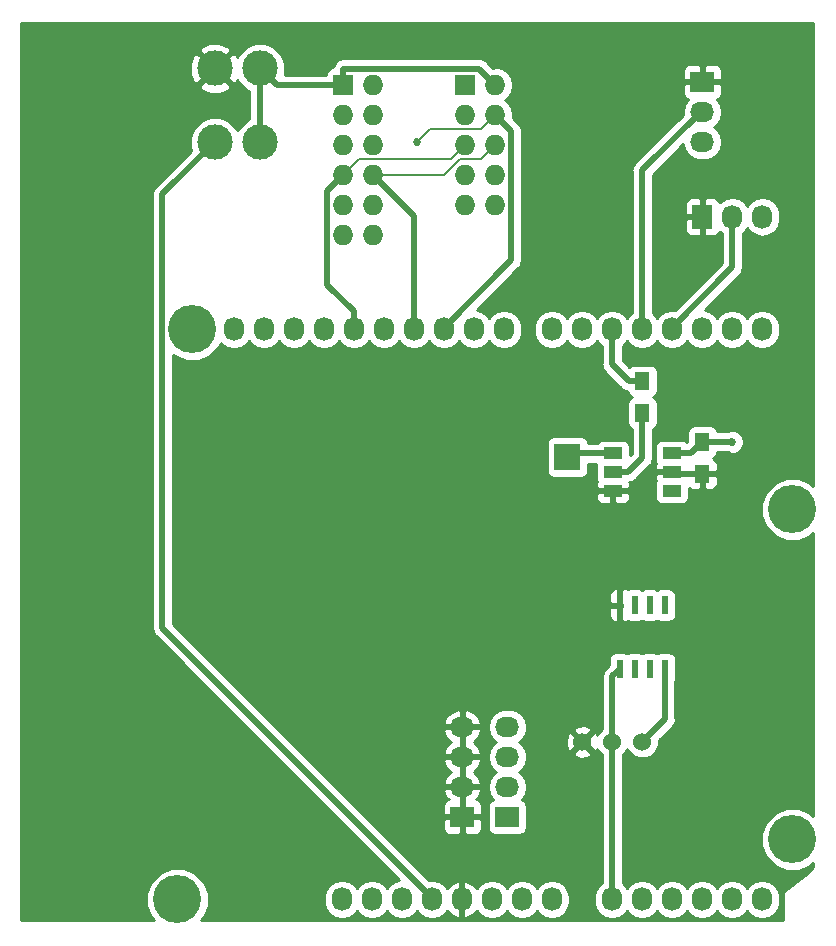
<source format=gtl>
G04 #@! TF.GenerationSoftware,KiCad,Pcbnew,5.0.0-rc2*
G04 #@! TF.CreationDate,2018-11-13T00:27:13-05:00*
G04 #@! TF.ProjectId,uno,756E6F2E6B696361645F706362000000,v1.0*
G04 #@! TF.SameCoordinates,Original*
G04 #@! TF.FileFunction,Copper,L1,Top,Signal*
G04 #@! TF.FilePolarity,Positive*
%FSLAX46Y46*%
G04 Gerber Fmt 4.6, Leading zero omitted, Abs format (unit mm)*
G04 Created by KiCad (PCBNEW 5.0.0-rc2) date Tue Nov 13 00:27:13 2018*
%MOMM*%
%LPD*%
G01*
G04 APERTURE LIST*
G04 #@! TA.AperFunction,ComponentPad*
%ADD10O,1.727200X2.032000*%
G04 #@! TD*
G04 #@! TA.AperFunction,ComponentPad*
%ADD11C,1.727200*%
G04 #@! TD*
G04 #@! TA.AperFunction,ComponentPad*
%ADD12C,4.064000*%
G04 #@! TD*
G04 #@! TA.AperFunction,SMDPad,CuDef*
%ADD13R,1.600000X1.000000*%
G04 #@! TD*
G04 #@! TA.AperFunction,ComponentPad*
%ADD14O,2.032000X1.727200*%
G04 #@! TD*
G04 #@! TA.AperFunction,ComponentPad*
%ADD15R,2.032000X1.727200*%
G04 #@! TD*
G04 #@! TA.AperFunction,ComponentPad*
%ADD16R,1.727200X1.727200*%
G04 #@! TD*
G04 #@! TA.AperFunction,ComponentPad*
%ADD17O,1.727200X1.727200*%
G04 #@! TD*
G04 #@! TA.AperFunction,ComponentPad*
%ADD18C,2.999740*%
G04 #@! TD*
G04 #@! TA.AperFunction,ComponentPad*
%ADD19R,2.235200X2.235200*%
G04 #@! TD*
G04 #@! TA.AperFunction,ComponentPad*
%ADD20R,1.727200X2.032000*%
G04 #@! TD*
G04 #@! TA.AperFunction,ComponentPad*
%ADD21C,1.524000*%
G04 #@! TD*
G04 #@! TA.AperFunction,SMDPad,CuDef*
%ADD22R,0.600000X1.550000*%
G04 #@! TD*
G04 #@! TA.AperFunction,SMDPad,CuDef*
%ADD23R,1.300000X1.500000*%
G04 #@! TD*
G04 #@! TA.AperFunction,ViaPad*
%ADD24C,0.685800*%
G04 #@! TD*
G04 #@! TA.AperFunction,Conductor*
%ADD25C,0.508000*%
G04 #@! TD*
G04 #@! TA.AperFunction,Conductor*
%ADD26C,0.152400*%
G04 #@! TD*
G04 #@! TA.AperFunction,Conductor*
%ADD27C,0.254000*%
G04 #@! TD*
G04 APERTURE END LIST*
D10*
G04 #@! TO.P,U5,NC*
G04 #@! TO.N,Net-(U5-PadNC)*
X48209200Y-108585000D03*
G04 #@! TO.P,U5,IO*
G04 #@! TO.N,IOREF*
X50749200Y-108585000D03*
G04 #@! TO.P,U5,RST*
G04 #@! TO.N,RESET*
X53289200Y-108585000D03*
G04 #@! TO.P,U5,3V3*
G04 #@! TO.N,+3V3*
X55829200Y-108585000D03*
G04 #@! TO.P,U5,5V*
G04 #@! TO.N,+5V*
X58369200Y-108585000D03*
G04 #@! TO.P,U5,GND1*
G04 #@! TO.N,GND*
X60909200Y-108585000D03*
G04 #@! TO.P,U5,GND2*
X63449200Y-108585000D03*
G04 #@! TO.P,U5,VIN*
G04 #@! TO.N,VIN*
X65989200Y-108585000D03*
G04 #@! TO.P,U5,A0*
G04 #@! TO.N,/A0*
X71094600Y-108585000D03*
G04 #@! TO.P,U5,A1*
G04 #@! TO.N,/A1*
X73634600Y-108585000D03*
G04 #@! TO.P,U5,A2*
G04 #@! TO.N,/A2*
X76174600Y-108585000D03*
G04 #@! TO.P,U5,A5*
G04 #@! TO.N,/A5*
X83794600Y-108585000D03*
G04 #@! TO.P,U5,A4*
G04 #@! TO.N,/A4*
X81254600Y-108585000D03*
G04 #@! TO.P,U5,A3*
G04 #@! TO.N,/A3*
X78714600Y-108585000D03*
G04 #@! TO.P,U5,D1*
G04 #@! TO.N,/D1*
X81254600Y-60325000D03*
G04 #@! TO.P,U5,D0*
G04 #@! TO.N,/D0*
X83794600Y-60325000D03*
G04 #@! TO.P,U5,D5*
G04 #@! TO.N,/D5*
X71094600Y-60325000D03*
G04 #@! TO.P,U5,D4*
G04 #@! TO.N,/D4*
X73634600Y-60325000D03*
G04 #@! TO.P,U5,D6*
G04 #@! TO.N,/D6*
X68554600Y-60325000D03*
G04 #@! TO.P,U5,D7*
G04 #@! TO.N,/D7*
X66014600Y-60325000D03*
G04 #@! TO.P,U5,D3*
G04 #@! TO.N,/D3*
X76174600Y-60325000D03*
G04 #@! TO.P,U5,D2*
G04 #@! TO.N,/D2*
X78714600Y-60325000D03*
G04 #@! TO.P,U5,D13*
G04 #@! TO.N,/D13*
X49250600Y-60325000D03*
G04 #@! TO.P,U5,D12*
G04 #@! TO.N,/D12*
X51790600Y-60325000D03*
G04 #@! TO.P,U5,D11*
G04 #@! TO.N,/D11*
X54330600Y-60325000D03*
G04 #@! TO.P,U5,D8*
G04 #@! TO.N,/D8*
X61950600Y-60325000D03*
G04 #@! TO.P,U5,D9*
G04 #@! TO.N,/D9*
X59410600Y-60325000D03*
G04 #@! TO.P,U5,D10*
G04 #@! TO.N,/CS*
X56870600Y-60325000D03*
G04 #@! TO.P,U5,AREF*
G04 #@! TO.N,/AREF*
X44170600Y-60325000D03*
G04 #@! TO.P,U5,GND3*
G04 #@! TO.N,GND*
X46710600Y-60325000D03*
G04 #@! TO.P,U5,SCL*
G04 #@! TO.N,/A5*
X39090600Y-60325000D03*
G04 #@! TO.P,U5,SDA*
G04 #@! TO.N,/A4*
X41630600Y-60325000D03*
D11*
G04 #@! TO.P,U5,H1*
G04 #@! TO.N,N/C*
X35509200Y-60375800D03*
G04 #@! TD*
D12*
G04 #@! TO.P,U1,1*
G04 #@! TO.N,Net-(U1-Pad1)*
X34290000Y-108585000D03*
G04 #@! TD*
G04 #@! TO.P,U2,1*
G04 #@! TO.N,Net-(U2-Pad1)*
X86360000Y-103505000D03*
G04 #@! TD*
G04 #@! TO.P,U3,1*
G04 #@! TO.N,Net-(U3-Pad1)*
X35560000Y-60325000D03*
G04 #@! TD*
G04 #@! TO.P,U4,1*
G04 #@! TO.N,Net-(U4-Pad1)*
X86360000Y-75565000D03*
G04 #@! TD*
D13*
G04 #@! TO.P,LED1,4*
G04 #@! TO.N,N/C*
X76160000Y-73990000D03*
G04 #@! TO.P,LED1,5*
G04 #@! TO.N,+5V*
X76160000Y-72390000D03*
G04 #@! TO.P,LED1,6*
G04 #@! TO.N,GND*
X76160000Y-70790000D03*
G04 #@! TO.P,LED1,3*
G04 #@! TO.N,+5V*
X71160000Y-73990000D03*
G04 #@! TO.P,LED1,2*
G04 #@! TO.N,Net-(LED1-Pad2)*
X71160000Y-72390000D03*
G04 #@! TO.P,LED1,1*
G04 #@! TO.N,/UNUSED*
X71160000Y-70790000D03*
G04 #@! TD*
D14*
G04 #@! TO.P,P1,4*
G04 #@! TO.N,+5V*
X58420000Y-93980000D03*
G04 #@! TO.P,P1,3*
X58420000Y-96520000D03*
G04 #@! TO.P,P1,2*
X58420000Y-99060000D03*
D15*
G04 #@! TO.P,P1,1*
X58420000Y-101600000D03*
G04 #@! TD*
D16*
G04 #@! TO.P,P2,1*
G04 #@! TO.N,GND*
X58662333Y-39639500D03*
D17*
G04 #@! TO.P,P2,2*
G04 #@! TO.N,/VCC_Branch*
X61202333Y-39639500D03*
G04 #@! TO.P,P2,3*
G04 #@! TO.N,/RST*
X58662333Y-42179500D03*
G04 #@! TO.P,P2,4*
G04 #@! TO.N,/CS*
X61202333Y-42179500D03*
G04 #@! TO.P,P2,5*
G04 #@! TO.N,/D13*
X58662333Y-44719500D03*
G04 #@! TO.P,P2,6*
G04 #@! TO.N,/D11*
X61202333Y-44719500D03*
G04 #@! TO.P,P2,7*
G04 #@! TO.N,/D12*
X58662333Y-47259500D03*
G04 #@! TO.P,P2,8*
G04 #@! TO.N,/WOL*
X61202333Y-47259500D03*
G04 #@! TO.P,P2,9*
G04 #@! TO.N,/INT*
X58662333Y-49799500D03*
G04 #@! TO.P,P2,10*
G04 #@! TO.N,/CLKOUT*
X61202333Y-49799500D03*
G04 #@! TD*
D18*
G04 #@! TO.P,P3,1*
G04 #@! TO.N,+3V3*
X37465000Y-44450000D03*
G04 #@! TO.P,P3,2*
G04 #@! TO.N,/VCC_Branch*
X41275000Y-44450000D03*
G04 #@! TD*
G04 #@! TO.P,P4,2*
G04 #@! TO.N,/VCC_Branch*
X41275000Y-38228500D03*
G04 #@! TO.P,P4,1*
G04 #@! TO.N,+5V*
X37465000Y-38228500D03*
G04 #@! TD*
D15*
G04 #@! TO.P,P5,1*
G04 #@! TO.N,GND*
X62230000Y-101600000D03*
D14*
G04 #@! TO.P,P5,2*
X62230000Y-99060000D03*
G04 #@! TO.P,P5,3*
X62230000Y-96520000D03*
G04 #@! TO.P,P5,4*
X62230000Y-93980000D03*
G04 #@! TD*
D19*
G04 #@! TO.P,P6,1*
G04 #@! TO.N,/UNUSED*
X67310000Y-71120000D03*
G04 #@! TD*
D16*
G04 #@! TO.P,P7,1*
G04 #@! TO.N,/VCC_Branch*
X48342333Y-39639500D03*
D17*
G04 #@! TO.P,P7,2*
G04 #@! TO.N,GND*
X50882333Y-39639500D03*
G04 #@! TO.P,P7,3*
G04 #@! TO.N,/INT*
X48342333Y-42179500D03*
G04 #@! TO.P,P7,4*
G04 #@! TO.N,/CLKOUT*
X50882333Y-42179500D03*
G04 #@! TO.P,P7,5*
G04 #@! TO.N,/D12*
X48342333Y-44719500D03*
G04 #@! TO.P,P7,6*
G04 #@! TO.N,/WOL*
X50882333Y-44719500D03*
G04 #@! TO.P,P7,7*
G04 #@! TO.N,/D13*
X48342333Y-47259500D03*
G04 #@! TO.P,P7,8*
G04 #@! TO.N,/D11*
X50882333Y-47259500D03*
G04 #@! TO.P,P7,9*
G04 #@! TO.N,/RST*
X48342333Y-49799500D03*
G04 #@! TO.P,P7,10*
G04 #@! TO.N,/CS*
X50882333Y-49799500D03*
G04 #@! TO.P,P7,11*
G04 #@! TO.N,/Q3*
X48342333Y-52339500D03*
G04 #@! TO.P,P7,12*
G04 #@! TO.N,GND*
X50882333Y-52339500D03*
G04 #@! TD*
D14*
G04 #@! TO.P,P8,3*
G04 #@! TO.N,GND*
X78740000Y-44450000D03*
G04 #@! TO.P,P8,2*
G04 #@! TO.N,/D4*
X78740000Y-41910000D03*
D15*
G04 #@! TO.P,P8,1*
G04 #@! TO.N,+5V*
X78740000Y-39370000D03*
G04 #@! TD*
D20*
G04 #@! TO.P,P9,1*
G04 #@! TO.N,+5V*
X78740000Y-50800000D03*
D10*
G04 #@! TO.P,P9,2*
G04 #@! TO.N,/D3*
X81280000Y-50800000D03*
G04 #@! TO.P,P9,3*
G04 #@! TO.N,GND*
X83820000Y-50800000D03*
G04 #@! TD*
D21*
G04 #@! TO.P,P10,2*
G04 #@! TO.N,/A0*
X71120000Y-95250000D03*
G04 #@! TO.P,P10,3*
G04 #@! TO.N,GND*
X73660000Y-95250000D03*
G04 #@! TO.P,P10,1*
G04 #@! TO.N,+5V*
X68580000Y-95250000D03*
G04 #@! TD*
D22*
G04 #@! TO.P,U6,1*
G04 #@! TO.N,/A0*
X71755000Y-89060000D03*
G04 #@! TO.P,U6,2*
G04 #@! TO.N,Net-(U6-Pad2)*
X73025000Y-89060000D03*
G04 #@! TO.P,U6,3*
G04 #@! TO.N,Net-(U6-Pad3)*
X74295000Y-89060000D03*
G04 #@! TO.P,U6,4*
G04 #@! TO.N,GND*
X75565000Y-89060000D03*
G04 #@! TO.P,U6,5*
G04 #@! TO.N,Net-(U6-Pad5)*
X75565000Y-83660000D03*
G04 #@! TO.P,U6,6*
G04 #@! TO.N,Net-(U6-Pad6)*
X74295000Y-83660000D03*
G04 #@! TO.P,U6,7*
G04 #@! TO.N,Net-(U6-Pad7)*
X73025000Y-83660000D03*
G04 #@! TO.P,U6,8*
G04 #@! TO.N,+5V*
X71755000Y-83660000D03*
G04 #@! TD*
D23*
G04 #@! TO.P,C1,2*
G04 #@! TO.N,GND*
X78740000Y-69850000D03*
G04 #@! TO.P,C1,1*
G04 #@! TO.N,+5V*
X78740000Y-72550000D03*
G04 #@! TD*
G04 #@! TO.P,R1,1*
G04 #@! TO.N,/D5*
X73660000Y-64690000D03*
G04 #@! TO.P,R1,2*
G04 #@! TO.N,Net-(LED1-Pad2)*
X73660000Y-67390000D03*
G04 #@! TD*
D24*
G04 #@! TO.N,GND*
X81280000Y-69850000D03*
G04 #@! TO.N,/CS*
X54610000Y-44450000D03*
G04 #@! TD*
D25*
G04 #@! TO.N,GND*
X75565000Y-93345000D02*
X75565000Y-89060000D01*
X73660000Y-95250000D02*
X75565000Y-93345000D01*
X77800000Y-70790000D02*
X78740000Y-69850000D01*
X76160000Y-70790000D02*
X77800000Y-70790000D01*
X78740000Y-69850000D02*
X81280000Y-69850000D01*
X81280000Y-69850000D02*
X81280000Y-69850000D01*
G04 #@! TO.N,+5V*
X76320000Y-72550000D02*
X76160000Y-72390000D01*
X78740000Y-72550000D02*
X76320000Y-72550000D01*
G04 #@! TO.N,/D5*
X71094600Y-61849000D02*
X71094600Y-60325000D01*
X71094600Y-63282600D02*
X71094600Y-61849000D01*
X72502000Y-64690000D02*
X71094600Y-63282600D01*
X73660000Y-64690000D02*
X72502000Y-64690000D01*
G04 #@! TO.N,Net-(LED1-Pad2)*
X71160000Y-72390000D02*
X72468001Y-72389999D01*
G04 #@! TO.N,/UNUSED*
X67640000Y-70790000D02*
X67310000Y-71120000D01*
X71160000Y-70790000D02*
X67640000Y-70790000D01*
G04 #@! TO.N,/VCC_Branch*
X48342333Y-38267900D02*
X48342333Y-39639500D01*
X59830732Y-38267899D02*
X48342333Y-38267900D01*
X61202333Y-39639500D02*
X59830732Y-38267899D01*
X42686000Y-39639500D02*
X41275000Y-38228500D01*
X48342333Y-39639500D02*
X42686000Y-39639500D01*
X41275000Y-40349636D02*
X41275000Y-44450000D01*
X41275000Y-38228500D02*
X41275000Y-40349636D01*
G04 #@! TO.N,/CS*
X62065932Y-43043099D02*
X61202333Y-42179500D01*
X62573934Y-43551101D02*
X62065932Y-43043099D01*
X62573934Y-54469266D02*
X62573934Y-43551101D01*
X56870600Y-60172600D02*
X62573934Y-54469266D01*
X56870600Y-60325000D02*
X56870600Y-60172600D01*
D26*
X60008532Y-43373301D02*
X55686699Y-43373301D01*
X61202333Y-42179500D02*
X60008532Y-43373301D01*
X55686699Y-43373301D02*
X54610000Y-44450000D01*
X54610000Y-44450000D02*
X54610000Y-44450000D01*
D25*
G04 #@! TO.N,/D13*
X47478734Y-48123099D02*
X48342333Y-47259500D01*
X46970732Y-48631101D02*
X47478734Y-48123099D01*
X46970732Y-56521132D02*
X46970732Y-48631101D01*
X49250600Y-58801000D02*
X46970732Y-56521132D01*
X49250600Y-60325000D02*
X49250600Y-58801000D01*
D26*
X57798734Y-45583099D02*
X58662333Y-44719500D01*
X57468532Y-45913301D02*
X57798734Y-45583099D01*
X49688532Y-45913301D02*
X57468532Y-45913301D01*
X48342333Y-47259500D02*
X49688532Y-45913301D01*
D25*
G04 #@! TO.N,/D11*
X54330600Y-50707767D02*
X50882333Y-47259500D01*
X54330600Y-60325000D02*
X54330600Y-50707767D01*
D26*
X60008532Y-45913301D02*
X60338734Y-45583099D01*
X58226699Y-45913301D02*
X60008532Y-45913301D01*
X56880500Y-47259500D02*
X58226699Y-45913301D01*
X60338734Y-45583099D02*
X61202333Y-44719500D01*
X50882333Y-47259500D02*
X56880500Y-47259500D01*
D25*
G04 #@! TO.N,+3V3*
X55829200Y-108432600D02*
X55829200Y-108585000D01*
X33019999Y-85623399D02*
X55829200Y-108432600D01*
X33019999Y-48895001D02*
X33019999Y-85623399D01*
X37465000Y-44450000D02*
X33019999Y-48895001D01*
G04 #@! TO.N,/D4*
X73634600Y-46863000D02*
X73634600Y-48260000D01*
X78587600Y-41910000D02*
X73634600Y-46863000D01*
X78740000Y-41910000D02*
X78587600Y-41910000D01*
X73634600Y-60325000D02*
X73634600Y-48260000D01*
G04 #@! TO.N,/D3*
X81280000Y-52324000D02*
X81280000Y-50800000D01*
X81280000Y-55067200D02*
X81280000Y-52324000D01*
X76174600Y-60172600D02*
X81280000Y-55067200D01*
X76174600Y-60325000D02*
X76174600Y-60172600D01*
G04 #@! TO.N,/A0*
X71094600Y-95275400D02*
X71120000Y-95250000D01*
X71094600Y-108585000D02*
X71094600Y-95275400D01*
X71120000Y-89695000D02*
X71755000Y-89060000D01*
X71120000Y-95250000D02*
X71120000Y-89695000D01*
G04 #@! TO.N,Net-(LED1-Pad2)*
X73660000Y-71198000D02*
X73660000Y-67390000D01*
X72468001Y-72389999D02*
X73660000Y-71198000D01*
G04 #@! TD*
D27*
G04 #@! TO.N,+5V*
G36*
X88138000Y-73571292D02*
X87870734Y-73304026D01*
X86890499Y-72898000D01*
X85829501Y-72898000D01*
X84849266Y-73304026D01*
X84099026Y-74054266D01*
X83693000Y-75034501D01*
X83693000Y-76095499D01*
X84099026Y-77075734D01*
X84849266Y-77825974D01*
X85829501Y-78232000D01*
X86890499Y-78232000D01*
X87870734Y-77825974D01*
X88138000Y-77558708D01*
X88138000Y-101511292D01*
X87870734Y-101244026D01*
X86890499Y-100838000D01*
X85829501Y-100838000D01*
X84849266Y-101244026D01*
X84099026Y-101994266D01*
X83693000Y-102974501D01*
X83693000Y-104035499D01*
X84099026Y-105015734D01*
X84849266Y-105765974D01*
X85829501Y-106172000D01*
X86890499Y-106172000D01*
X87870734Y-105765974D01*
X88138000Y-105498708D01*
X88138000Y-105802909D01*
X87423637Y-106517272D01*
X85648800Y-107848400D01*
X85615720Y-107885294D01*
X85598000Y-107950000D01*
X85598000Y-110363000D01*
X36283708Y-110363000D01*
X36550974Y-110095734D01*
X36957000Y-109115499D01*
X36957000Y-108054501D01*
X36550974Y-107074266D01*
X35800734Y-106324026D01*
X34820499Y-105918000D01*
X33759501Y-105918000D01*
X32779266Y-106324026D01*
X32029026Y-107074266D01*
X31623000Y-108054501D01*
X31623000Y-109115499D01*
X32029026Y-110095734D01*
X32296292Y-110363000D01*
X21082000Y-110363000D01*
X21082000Y-48895001D01*
X32113583Y-48895001D01*
X32130999Y-48982556D01*
X32131000Y-85535839D01*
X32113583Y-85623399D01*
X32182581Y-85970268D01*
X32182581Y-85970269D01*
X32379067Y-86264332D01*
X32453293Y-86313928D01*
X53084686Y-106945322D01*
X52704475Y-107020951D01*
X52208770Y-107352171D01*
X52019200Y-107635882D01*
X51829629Y-107352170D01*
X51333924Y-107020950D01*
X50749200Y-106904641D01*
X50164475Y-107020951D01*
X49668770Y-107352171D01*
X49479200Y-107635882D01*
X49289629Y-107352170D01*
X48793924Y-107020950D01*
X48209200Y-106904641D01*
X47624475Y-107020951D01*
X47128770Y-107352171D01*
X46797550Y-107847876D01*
X46710600Y-108285003D01*
X46710601Y-108884998D01*
X46797551Y-109322125D01*
X47128771Y-109817830D01*
X47624476Y-110149050D01*
X48209200Y-110265359D01*
X48793925Y-110149049D01*
X49289630Y-109817829D01*
X49479200Y-109534118D01*
X49668771Y-109817830D01*
X50164476Y-110149050D01*
X50749200Y-110265359D01*
X51333925Y-110149049D01*
X51829630Y-109817829D01*
X52019200Y-109534118D01*
X52208771Y-109817830D01*
X52704476Y-110149050D01*
X53289200Y-110265359D01*
X53873925Y-110149049D01*
X54369630Y-109817829D01*
X54559200Y-109534118D01*
X54748771Y-109817830D01*
X55244476Y-110149050D01*
X55829200Y-110265359D01*
X56413925Y-110149049D01*
X56909630Y-109817829D01*
X57103109Y-109528267D01*
X57467164Y-109935732D01*
X57994409Y-110189709D01*
X58010174Y-110192358D01*
X58242200Y-110071217D01*
X58242200Y-108712000D01*
X58222200Y-108712000D01*
X58222200Y-108458000D01*
X58242200Y-108458000D01*
X58242200Y-107098783D01*
X58496200Y-107098783D01*
X58496200Y-108458000D01*
X58516200Y-108458000D01*
X58516200Y-108712000D01*
X58496200Y-108712000D01*
X58496200Y-110071217D01*
X58728226Y-110192358D01*
X58743991Y-110189709D01*
X59271236Y-109935732D01*
X59635291Y-109528267D01*
X59828771Y-109817830D01*
X60324476Y-110149050D01*
X60909200Y-110265359D01*
X61493925Y-110149049D01*
X61989630Y-109817829D01*
X62179200Y-109534118D01*
X62368771Y-109817830D01*
X62864476Y-110149050D01*
X63449200Y-110265359D01*
X64033925Y-110149049D01*
X64529630Y-109817829D01*
X64719200Y-109534118D01*
X64908771Y-109817830D01*
X65404476Y-110149050D01*
X65989200Y-110265359D01*
X66573925Y-110149049D01*
X67069630Y-109817829D01*
X67400850Y-109322124D01*
X67487800Y-108884997D01*
X67487799Y-108285002D01*
X67400849Y-107847875D01*
X67069629Y-107352170D01*
X66573924Y-107020950D01*
X65989200Y-106904641D01*
X65404475Y-107020951D01*
X64908770Y-107352171D01*
X64719200Y-107635882D01*
X64529629Y-107352170D01*
X64033924Y-107020950D01*
X63449200Y-106904641D01*
X62864475Y-107020951D01*
X62368770Y-107352171D01*
X62179200Y-107635882D01*
X61989629Y-107352170D01*
X61493924Y-107020950D01*
X60909200Y-106904641D01*
X60324475Y-107020951D01*
X59828770Y-107352171D01*
X59635291Y-107641733D01*
X59271236Y-107234268D01*
X58743991Y-106980291D01*
X58728226Y-106977642D01*
X58496200Y-107098783D01*
X58242200Y-107098783D01*
X58010174Y-106977642D01*
X57994409Y-106980291D01*
X57467164Y-107234268D01*
X57103109Y-107641733D01*
X56909629Y-107352170D01*
X56413924Y-107020950D01*
X55829200Y-106904641D01*
X55603393Y-106949557D01*
X50539586Y-101885750D01*
X56769000Y-101885750D01*
X56769000Y-102589910D01*
X56865673Y-102823299D01*
X57044302Y-103001927D01*
X57277691Y-103098600D01*
X58134250Y-103098600D01*
X58293000Y-102939850D01*
X58293000Y-101727000D01*
X58547000Y-101727000D01*
X58547000Y-102939850D01*
X58705750Y-103098600D01*
X59562309Y-103098600D01*
X59795698Y-103001927D01*
X59974327Y-102823299D01*
X60071000Y-102589910D01*
X60071000Y-101885750D01*
X59912250Y-101727000D01*
X58547000Y-101727000D01*
X58293000Y-101727000D01*
X56927750Y-101727000D01*
X56769000Y-101885750D01*
X50539586Y-101885750D01*
X49263926Y-100610090D01*
X56769000Y-100610090D01*
X56769000Y-101314250D01*
X56927750Y-101473000D01*
X58293000Y-101473000D01*
X58293000Y-99187000D01*
X58547000Y-99187000D01*
X58547000Y-101473000D01*
X59912250Y-101473000D01*
X60071000Y-101314250D01*
X60071000Y-100610090D01*
X59974327Y-100376701D01*
X59795698Y-100198073D01*
X59598139Y-100116241D01*
X59770732Y-99962036D01*
X60024709Y-99434791D01*
X60027358Y-99419026D01*
X59906217Y-99187000D01*
X58547000Y-99187000D01*
X58293000Y-99187000D01*
X56933783Y-99187000D01*
X56812642Y-99419026D01*
X56815291Y-99434791D01*
X57069268Y-99962036D01*
X57241861Y-100116241D01*
X57044302Y-100198073D01*
X56865673Y-100376701D01*
X56769000Y-100610090D01*
X49263926Y-100610090D01*
X45532862Y-96879026D01*
X56812642Y-96879026D01*
X56815291Y-96894791D01*
X57069268Y-97422036D01*
X57481108Y-97790000D01*
X57069268Y-98157964D01*
X56815291Y-98685209D01*
X56812642Y-98700974D01*
X56933783Y-98933000D01*
X58293000Y-98933000D01*
X58293000Y-96647000D01*
X58547000Y-96647000D01*
X58547000Y-98933000D01*
X59906217Y-98933000D01*
X60027358Y-98700974D01*
X60024709Y-98685209D01*
X59770732Y-98157964D01*
X59358892Y-97790000D01*
X59770732Y-97422036D01*
X60024709Y-96894791D01*
X60027358Y-96879026D01*
X59906217Y-96647000D01*
X58547000Y-96647000D01*
X58293000Y-96647000D01*
X56933783Y-96647000D01*
X56812642Y-96879026D01*
X45532862Y-96879026D01*
X42992862Y-94339026D01*
X56812642Y-94339026D01*
X56815291Y-94354791D01*
X57069268Y-94882036D01*
X57481108Y-95250000D01*
X57069268Y-95617964D01*
X56815291Y-96145209D01*
X56812642Y-96160974D01*
X56933783Y-96393000D01*
X58293000Y-96393000D01*
X58293000Y-94107000D01*
X58547000Y-94107000D01*
X58547000Y-96393000D01*
X59906217Y-96393000D01*
X60027358Y-96160974D01*
X60024709Y-96145209D01*
X59770732Y-95617964D01*
X59358892Y-95250000D01*
X59770732Y-94882036D01*
X60024709Y-94354791D01*
X60027358Y-94339026D01*
X59906217Y-94107000D01*
X58547000Y-94107000D01*
X58293000Y-94107000D01*
X56933783Y-94107000D01*
X56812642Y-94339026D01*
X42992862Y-94339026D01*
X42633836Y-93980000D01*
X60549641Y-93980000D01*
X60665950Y-94564725D01*
X60997170Y-95060430D01*
X61280881Y-95250000D01*
X60997170Y-95439570D01*
X60665950Y-95935275D01*
X60549641Y-96520000D01*
X60665950Y-97104725D01*
X60997170Y-97600430D01*
X61280881Y-97790000D01*
X60997170Y-97979570D01*
X60665950Y-98475275D01*
X60549641Y-99060000D01*
X60665950Y-99644725D01*
X60992251Y-100133068D01*
X60966235Y-100138243D01*
X60756191Y-100278591D01*
X60615843Y-100488635D01*
X60566560Y-100736400D01*
X60566560Y-102463600D01*
X60615843Y-102711365D01*
X60756191Y-102921409D01*
X60966235Y-103061757D01*
X61214000Y-103111040D01*
X63246000Y-103111040D01*
X63493765Y-103061757D01*
X63703809Y-102921409D01*
X63844157Y-102711365D01*
X63893440Y-102463600D01*
X63893440Y-100736400D01*
X63844157Y-100488635D01*
X63703809Y-100278591D01*
X63493765Y-100138243D01*
X63467749Y-100133068D01*
X63794050Y-99644725D01*
X63910359Y-99060000D01*
X63794050Y-98475275D01*
X63462830Y-97979570D01*
X63179119Y-97790000D01*
X63462830Y-97600430D01*
X63794050Y-97104725D01*
X63910359Y-96520000D01*
X63852717Y-96230213D01*
X67779392Y-96230213D01*
X67848857Y-96472397D01*
X68372302Y-96659144D01*
X68927368Y-96631362D01*
X69311143Y-96472397D01*
X69380608Y-96230213D01*
X68580000Y-95429605D01*
X67779392Y-96230213D01*
X63852717Y-96230213D01*
X63794050Y-95935275D01*
X63462830Y-95439570D01*
X63179119Y-95250000D01*
X63462830Y-95060430D01*
X63474942Y-95042302D01*
X67170856Y-95042302D01*
X67198638Y-95597368D01*
X67357603Y-95981143D01*
X67599787Y-96050608D01*
X68400395Y-95250000D01*
X68759605Y-95250000D01*
X69560213Y-96050608D01*
X69802397Y-95981143D01*
X69852535Y-95840607D01*
X69935680Y-96041337D01*
X70205601Y-96311258D01*
X70205600Y-107224261D01*
X70014170Y-107352171D01*
X69682950Y-107847876D01*
X69596000Y-108285003D01*
X69596001Y-108884998D01*
X69682951Y-109322125D01*
X70014171Y-109817830D01*
X70509876Y-110149050D01*
X71094600Y-110265359D01*
X71679325Y-110149049D01*
X72175030Y-109817829D01*
X72364600Y-109534118D01*
X72554171Y-109817830D01*
X73049876Y-110149050D01*
X73634600Y-110265359D01*
X74219325Y-110149049D01*
X74715030Y-109817829D01*
X74904600Y-109534118D01*
X75094171Y-109817830D01*
X75589876Y-110149050D01*
X76174600Y-110265359D01*
X76759325Y-110149049D01*
X77255030Y-109817829D01*
X77444600Y-109534118D01*
X77634171Y-109817830D01*
X78129876Y-110149050D01*
X78714600Y-110265359D01*
X79299325Y-110149049D01*
X79795030Y-109817829D01*
X79984600Y-109534118D01*
X80174171Y-109817830D01*
X80669876Y-110149050D01*
X81254600Y-110265359D01*
X81839325Y-110149049D01*
X82335030Y-109817829D01*
X82524600Y-109534118D01*
X82714171Y-109817830D01*
X83209876Y-110149050D01*
X83794600Y-110265359D01*
X84379325Y-110149049D01*
X84875030Y-109817829D01*
X85206250Y-109322124D01*
X85293200Y-108884997D01*
X85293199Y-108285002D01*
X85206249Y-107847875D01*
X84875029Y-107352170D01*
X84379324Y-107020950D01*
X83794600Y-106904641D01*
X83209875Y-107020951D01*
X82714170Y-107352171D01*
X82524600Y-107635882D01*
X82335029Y-107352170D01*
X81839324Y-107020950D01*
X81254600Y-106904641D01*
X80669875Y-107020951D01*
X80174170Y-107352171D01*
X79984600Y-107635882D01*
X79795029Y-107352170D01*
X79299324Y-107020950D01*
X78714600Y-106904641D01*
X78129875Y-107020951D01*
X77634170Y-107352171D01*
X77444600Y-107635882D01*
X77255029Y-107352170D01*
X76759324Y-107020950D01*
X76174600Y-106904641D01*
X75589875Y-107020951D01*
X75094170Y-107352171D01*
X74904600Y-107635882D01*
X74715029Y-107352170D01*
X74219324Y-107020950D01*
X73634600Y-106904641D01*
X73049875Y-107020951D01*
X72554170Y-107352171D01*
X72364600Y-107635882D01*
X72175029Y-107352170D01*
X71983599Y-107224260D01*
X71983600Y-96362057D01*
X72304320Y-96041337D01*
X72390000Y-95834487D01*
X72475680Y-96041337D01*
X72868663Y-96434320D01*
X73382119Y-96647000D01*
X73937881Y-96647000D01*
X74451337Y-96434320D01*
X74844320Y-96041337D01*
X75057000Y-95527881D01*
X75057000Y-95110235D01*
X76131709Y-94035527D01*
X76205932Y-93985933D01*
X76255526Y-93911710D01*
X76255529Y-93911707D01*
X76402418Y-93691871D01*
X76471416Y-93345000D01*
X76453999Y-93257441D01*
X76454000Y-90096470D01*
X76463157Y-90082765D01*
X76512440Y-89835000D01*
X76512440Y-88285000D01*
X76463157Y-88037235D01*
X76322809Y-87827191D01*
X76112765Y-87686843D01*
X75865000Y-87637560D01*
X75265000Y-87637560D01*
X75017235Y-87686843D01*
X74930000Y-87745132D01*
X74842765Y-87686843D01*
X74595000Y-87637560D01*
X73995000Y-87637560D01*
X73747235Y-87686843D01*
X73660000Y-87745132D01*
X73572765Y-87686843D01*
X73325000Y-87637560D01*
X72725000Y-87637560D01*
X72477235Y-87686843D01*
X72390000Y-87745132D01*
X72302765Y-87686843D01*
X72055000Y-87637560D01*
X71455000Y-87637560D01*
X71207235Y-87686843D01*
X70997191Y-87827191D01*
X70856843Y-88037235D01*
X70807560Y-88285000D01*
X70807560Y-88750205D01*
X70553294Y-89004471D01*
X70479068Y-89054067D01*
X70429472Y-89128293D01*
X70429471Y-89128294D01*
X70282582Y-89348130D01*
X70213584Y-89695000D01*
X70231001Y-89782559D01*
X70231000Y-94163343D01*
X69935680Y-94458663D01*
X69856572Y-94649647D01*
X69802397Y-94518857D01*
X69560213Y-94449392D01*
X68759605Y-95250000D01*
X68400395Y-95250000D01*
X67599787Y-94449392D01*
X67357603Y-94518857D01*
X67170856Y-95042302D01*
X63474942Y-95042302D01*
X63794050Y-94564725D01*
X63852716Y-94269787D01*
X67779392Y-94269787D01*
X68580000Y-95070395D01*
X69380608Y-94269787D01*
X69311143Y-94027603D01*
X68787698Y-93840856D01*
X68232632Y-93868638D01*
X67848857Y-94027603D01*
X67779392Y-94269787D01*
X63852716Y-94269787D01*
X63910359Y-93980000D01*
X63794050Y-93395275D01*
X63462830Y-92899570D01*
X62967125Y-92568350D01*
X62529998Y-92481400D01*
X61930002Y-92481400D01*
X61492875Y-92568350D01*
X60997170Y-92899570D01*
X60665950Y-93395275D01*
X60549641Y-93980000D01*
X42633836Y-93980000D01*
X42274810Y-93620974D01*
X56812642Y-93620974D01*
X56933783Y-93853000D01*
X58293000Y-93853000D01*
X58293000Y-92639076D01*
X58547000Y-92639076D01*
X58547000Y-93853000D01*
X59906217Y-93853000D01*
X60027358Y-93620974D01*
X60024709Y-93605209D01*
X59770732Y-93077964D01*
X59334320Y-92688046D01*
X58781913Y-92494816D01*
X58547000Y-92639076D01*
X58293000Y-92639076D01*
X58058087Y-92494816D01*
X57505680Y-92688046D01*
X57069268Y-93077964D01*
X56815291Y-93605209D01*
X56812642Y-93620974D01*
X42274810Y-93620974D01*
X33908999Y-85255164D01*
X33908999Y-83945750D01*
X70820000Y-83945750D01*
X70820000Y-84561309D01*
X70916673Y-84794698D01*
X71095301Y-84973327D01*
X71328690Y-85070000D01*
X71469250Y-85070000D01*
X71628000Y-84911250D01*
X71628000Y-83787000D01*
X70978750Y-83787000D01*
X70820000Y-83945750D01*
X33908999Y-83945750D01*
X33908999Y-82758691D01*
X70820000Y-82758691D01*
X70820000Y-83374250D01*
X70978750Y-83533000D01*
X71628000Y-83533000D01*
X71628000Y-82408750D01*
X71882000Y-82408750D01*
X71882000Y-83533000D01*
X71902000Y-83533000D01*
X71902000Y-83787000D01*
X71882000Y-83787000D01*
X71882000Y-84911250D01*
X72040750Y-85070000D01*
X72181310Y-85070000D01*
X72398028Y-84980232D01*
X72477235Y-85033157D01*
X72725000Y-85082440D01*
X73325000Y-85082440D01*
X73572765Y-85033157D01*
X73660000Y-84974868D01*
X73747235Y-85033157D01*
X73995000Y-85082440D01*
X74595000Y-85082440D01*
X74842765Y-85033157D01*
X74930000Y-84974868D01*
X75017235Y-85033157D01*
X75265000Y-85082440D01*
X75865000Y-85082440D01*
X76112765Y-85033157D01*
X76322809Y-84892809D01*
X76463157Y-84682765D01*
X76512440Y-84435000D01*
X76512440Y-82885000D01*
X76463157Y-82637235D01*
X76322809Y-82427191D01*
X76112765Y-82286843D01*
X75865000Y-82237560D01*
X75265000Y-82237560D01*
X75017235Y-82286843D01*
X74930000Y-82345132D01*
X74842765Y-82286843D01*
X74595000Y-82237560D01*
X73995000Y-82237560D01*
X73747235Y-82286843D01*
X73660000Y-82345132D01*
X73572765Y-82286843D01*
X73325000Y-82237560D01*
X72725000Y-82237560D01*
X72477235Y-82286843D01*
X72398028Y-82339768D01*
X72181310Y-82250000D01*
X72040750Y-82250000D01*
X71882000Y-82408750D01*
X71628000Y-82408750D01*
X71469250Y-82250000D01*
X71328690Y-82250000D01*
X71095301Y-82346673D01*
X70916673Y-82525302D01*
X70820000Y-82758691D01*
X33908999Y-82758691D01*
X33908999Y-74275750D01*
X69725000Y-74275750D01*
X69725000Y-74616310D01*
X69821673Y-74849699D01*
X70000302Y-75028327D01*
X70233691Y-75125000D01*
X70874250Y-75125000D01*
X71033000Y-74966250D01*
X71033000Y-74117000D01*
X71287000Y-74117000D01*
X71287000Y-74966250D01*
X71445750Y-75125000D01*
X72086309Y-75125000D01*
X72319698Y-75028327D01*
X72498327Y-74849699D01*
X72595000Y-74616310D01*
X72595000Y-74275750D01*
X72436250Y-74117000D01*
X71287000Y-74117000D01*
X71033000Y-74117000D01*
X69883750Y-74117000D01*
X69725000Y-74275750D01*
X33908999Y-74275750D01*
X33908998Y-62445706D01*
X34049266Y-62585974D01*
X35029501Y-62992000D01*
X36090499Y-62992000D01*
X37070734Y-62585974D01*
X37820974Y-61835734D01*
X37964437Y-61489384D01*
X38010171Y-61557830D01*
X38505876Y-61889050D01*
X39090600Y-62005359D01*
X39675325Y-61889049D01*
X40171030Y-61557829D01*
X40360600Y-61274118D01*
X40550171Y-61557830D01*
X41045876Y-61889050D01*
X41630600Y-62005359D01*
X42215325Y-61889049D01*
X42711030Y-61557829D01*
X42900600Y-61274118D01*
X43090171Y-61557830D01*
X43585876Y-61889050D01*
X44170600Y-62005359D01*
X44755325Y-61889049D01*
X45251030Y-61557829D01*
X45440600Y-61274118D01*
X45630171Y-61557830D01*
X46125876Y-61889050D01*
X46710600Y-62005359D01*
X47295325Y-61889049D01*
X47791030Y-61557829D01*
X47980600Y-61274118D01*
X48170171Y-61557830D01*
X48665876Y-61889050D01*
X49250600Y-62005359D01*
X49835325Y-61889049D01*
X50331030Y-61557829D01*
X50520600Y-61274118D01*
X50710171Y-61557830D01*
X51205876Y-61889050D01*
X51790600Y-62005359D01*
X52375325Y-61889049D01*
X52871030Y-61557829D01*
X53060600Y-61274118D01*
X53250171Y-61557830D01*
X53745876Y-61889050D01*
X54330600Y-62005359D01*
X54915325Y-61889049D01*
X55411030Y-61557829D01*
X55600600Y-61274118D01*
X55790171Y-61557830D01*
X56285876Y-61889050D01*
X56870600Y-62005359D01*
X57455325Y-61889049D01*
X57951030Y-61557829D01*
X58140600Y-61274118D01*
X58330171Y-61557830D01*
X58825876Y-61889050D01*
X59410600Y-62005359D01*
X59995325Y-61889049D01*
X60491030Y-61557829D01*
X60680600Y-61274118D01*
X60870171Y-61557830D01*
X61365876Y-61889050D01*
X61950600Y-62005359D01*
X62535325Y-61889049D01*
X63031030Y-61557829D01*
X63362250Y-61062124D01*
X63449200Y-60624997D01*
X63449200Y-60025003D01*
X64516000Y-60025003D01*
X64516001Y-60624998D01*
X64602951Y-61062125D01*
X64934171Y-61557830D01*
X65429876Y-61889050D01*
X66014600Y-62005359D01*
X66599325Y-61889049D01*
X67095030Y-61557829D01*
X67284600Y-61274118D01*
X67474171Y-61557830D01*
X67969876Y-61889050D01*
X68554600Y-62005359D01*
X69139325Y-61889049D01*
X69635030Y-61557829D01*
X69824600Y-61274118D01*
X70014171Y-61557830D01*
X70205600Y-61685739D01*
X70205600Y-61936555D01*
X70205601Y-61936559D01*
X70205600Y-63195045D01*
X70188184Y-63282600D01*
X70205600Y-63370155D01*
X70257181Y-63629469D01*
X70453667Y-63923532D01*
X70527893Y-63973128D01*
X71811471Y-65256707D01*
X71861067Y-65330933D01*
X72155130Y-65527419D01*
X72389210Y-65573981D01*
X72411843Y-65687765D01*
X72552191Y-65897809D01*
X72762235Y-66038157D01*
X72771500Y-66040000D01*
X72762235Y-66041843D01*
X72552191Y-66182191D01*
X72411843Y-66392235D01*
X72362560Y-66640000D01*
X72362560Y-68140000D01*
X72411843Y-68387765D01*
X72552191Y-68597809D01*
X72762235Y-68738157D01*
X72771001Y-68739901D01*
X72771000Y-70829764D01*
X72607440Y-70993324D01*
X72607440Y-70290000D01*
X72558157Y-70042235D01*
X72417809Y-69832191D01*
X72207765Y-69691843D01*
X71960000Y-69642560D01*
X70360000Y-69642560D01*
X70112235Y-69691843D01*
X69902191Y-69832191D01*
X69856214Y-69901000D01*
X69054870Y-69901000D01*
X69025757Y-69754635D01*
X68885409Y-69544591D01*
X68675365Y-69404243D01*
X68427600Y-69354960D01*
X66192400Y-69354960D01*
X65944635Y-69404243D01*
X65734591Y-69544591D01*
X65594243Y-69754635D01*
X65544960Y-70002400D01*
X65544960Y-72237600D01*
X65594243Y-72485365D01*
X65734591Y-72695409D01*
X65944635Y-72835757D01*
X66192400Y-72885040D01*
X68427600Y-72885040D01*
X68675365Y-72835757D01*
X68885409Y-72695409D01*
X69025757Y-72485365D01*
X69075040Y-72237600D01*
X69075040Y-71679000D01*
X69754530Y-71679000D01*
X69712560Y-71890000D01*
X69712560Y-72890000D01*
X69761843Y-73137765D01*
X69796869Y-73190184D01*
X69725000Y-73363690D01*
X69725000Y-73704250D01*
X69883750Y-73863000D01*
X71033000Y-73863000D01*
X71033000Y-73843000D01*
X71287000Y-73843000D01*
X71287000Y-73863000D01*
X72436250Y-73863000D01*
X72595000Y-73704250D01*
X72595000Y-73363690D01*
X72559588Y-73278197D01*
X72814871Y-73227417D01*
X73034707Y-73080528D01*
X73034708Y-73080527D01*
X73108934Y-73030931D01*
X73158530Y-72956705D01*
X74226709Y-71888527D01*
X74300932Y-71838933D01*
X74350526Y-71764710D01*
X74350529Y-71764707D01*
X74497418Y-71544871D01*
X74566416Y-71198001D01*
X74548999Y-71110441D01*
X74548999Y-70290000D01*
X74712560Y-70290000D01*
X74712560Y-71290000D01*
X74761843Y-71537765D01*
X74796869Y-71590184D01*
X74725000Y-71763690D01*
X74725000Y-72104250D01*
X74883750Y-72263000D01*
X76033000Y-72263000D01*
X76033000Y-72243000D01*
X76287000Y-72243000D01*
X76287000Y-72263000D01*
X76307000Y-72263000D01*
X76307000Y-72517000D01*
X76287000Y-72517000D01*
X76287000Y-72537000D01*
X76033000Y-72537000D01*
X76033000Y-72517000D01*
X74883750Y-72517000D01*
X74725000Y-72675750D01*
X74725000Y-73016310D01*
X74796869Y-73189816D01*
X74761843Y-73242235D01*
X74712560Y-73490000D01*
X74712560Y-74490000D01*
X74761843Y-74737765D01*
X74902191Y-74947809D01*
X75112235Y-75088157D01*
X75360000Y-75137440D01*
X76960000Y-75137440D01*
X77207765Y-75088157D01*
X77417809Y-74947809D01*
X77558157Y-74737765D01*
X77607440Y-74490000D01*
X77607440Y-73715465D01*
X77730301Y-73838327D01*
X77963690Y-73935000D01*
X78454250Y-73935000D01*
X78613000Y-73776250D01*
X78613000Y-72677000D01*
X78867000Y-72677000D01*
X78867000Y-73776250D01*
X79025750Y-73935000D01*
X79516310Y-73935000D01*
X79749699Y-73838327D01*
X79928327Y-73659698D01*
X80025000Y-73426309D01*
X80025000Y-72835750D01*
X79866250Y-72677000D01*
X78867000Y-72677000D01*
X78613000Y-72677000D01*
X78593000Y-72677000D01*
X78593000Y-72423000D01*
X78613000Y-72423000D01*
X78613000Y-72403000D01*
X78867000Y-72403000D01*
X78867000Y-72423000D01*
X79866250Y-72423000D01*
X80025000Y-72264250D01*
X80025000Y-71673691D01*
X79928327Y-71440302D01*
X79749699Y-71261673D01*
X79609791Y-71203721D01*
X79637765Y-71198157D01*
X79847809Y-71057809D01*
X79988157Y-70847765D01*
X80009791Y-70739000D01*
X80870861Y-70739000D01*
X81085484Y-70827900D01*
X81474516Y-70827900D01*
X81833936Y-70679023D01*
X82109023Y-70403936D01*
X82257900Y-70044516D01*
X82257900Y-69655484D01*
X82109023Y-69296064D01*
X81833936Y-69020977D01*
X81474516Y-68872100D01*
X81085484Y-68872100D01*
X80870861Y-68961000D01*
X80009791Y-68961000D01*
X79988157Y-68852235D01*
X79847809Y-68642191D01*
X79637765Y-68501843D01*
X79390000Y-68452560D01*
X78090000Y-68452560D01*
X77842235Y-68501843D01*
X77632191Y-68642191D01*
X77491843Y-68852235D01*
X77442560Y-69100000D01*
X77442560Y-69869233D01*
X77417809Y-69832191D01*
X77207765Y-69691843D01*
X76960000Y-69642560D01*
X75360000Y-69642560D01*
X75112235Y-69691843D01*
X74902191Y-69832191D01*
X74761843Y-70042235D01*
X74712560Y-70290000D01*
X74548999Y-70290000D01*
X74549000Y-68739901D01*
X74557765Y-68738157D01*
X74767809Y-68597809D01*
X74908157Y-68387765D01*
X74957440Y-68140000D01*
X74957440Y-66640000D01*
X74908157Y-66392235D01*
X74767809Y-66182191D01*
X74557765Y-66041843D01*
X74548500Y-66040000D01*
X74557765Y-66038157D01*
X74767809Y-65897809D01*
X74908157Y-65687765D01*
X74957440Y-65440000D01*
X74957440Y-63940000D01*
X74908157Y-63692235D01*
X74767809Y-63482191D01*
X74557765Y-63341843D01*
X74310000Y-63292560D01*
X73010000Y-63292560D01*
X72762235Y-63341843D01*
X72552191Y-63482191D01*
X72551885Y-63482649D01*
X71983599Y-62914364D01*
X71983600Y-61761445D01*
X71983599Y-61761440D01*
X71983599Y-61685739D01*
X72175030Y-61557829D01*
X72364600Y-61274118D01*
X72554171Y-61557830D01*
X73049876Y-61889050D01*
X73634600Y-62005359D01*
X74219325Y-61889049D01*
X74715030Y-61557829D01*
X74904600Y-61274118D01*
X75094171Y-61557830D01*
X75589876Y-61889050D01*
X76174600Y-62005359D01*
X76759325Y-61889049D01*
X77255030Y-61557829D01*
X77444600Y-61274118D01*
X77634171Y-61557830D01*
X78129876Y-61889050D01*
X78714600Y-62005359D01*
X79299325Y-61889049D01*
X79795030Y-61557829D01*
X79984600Y-61274118D01*
X80174171Y-61557830D01*
X80669876Y-61889050D01*
X81254600Y-62005359D01*
X81839325Y-61889049D01*
X82335030Y-61557829D01*
X82524600Y-61274118D01*
X82714171Y-61557830D01*
X83209876Y-61889050D01*
X83794600Y-62005359D01*
X84379325Y-61889049D01*
X84875030Y-61557829D01*
X85206250Y-61062124D01*
X85293200Y-60624997D01*
X85293199Y-60025002D01*
X85206249Y-59587875D01*
X84875029Y-59092170D01*
X84379324Y-58760950D01*
X83794600Y-58644641D01*
X83209875Y-58760951D01*
X82714170Y-59092171D01*
X82524600Y-59375882D01*
X82335029Y-59092170D01*
X81839324Y-58760950D01*
X81254600Y-58644641D01*
X80669875Y-58760951D01*
X80174170Y-59092171D01*
X79984600Y-59375882D01*
X79795029Y-59092170D01*
X79299324Y-58760950D01*
X78919114Y-58685321D01*
X81846709Y-55757727D01*
X81920932Y-55708133D01*
X81970526Y-55633910D01*
X81970529Y-55633907D01*
X82117418Y-55414071D01*
X82186416Y-55067200D01*
X82168999Y-54979641D01*
X82169000Y-52236445D01*
X82168999Y-52236440D01*
X82168999Y-52160739D01*
X82360430Y-52032829D01*
X82550000Y-51749118D01*
X82739571Y-52032830D01*
X83235276Y-52364050D01*
X83820000Y-52480359D01*
X84404725Y-52364049D01*
X84900430Y-52032829D01*
X85231650Y-51537124D01*
X85318600Y-51099997D01*
X85318599Y-50500002D01*
X85231649Y-50062875D01*
X84900429Y-49567170D01*
X84404724Y-49235950D01*
X83820000Y-49119641D01*
X83235275Y-49235951D01*
X82739570Y-49567171D01*
X82550000Y-49850882D01*
X82360429Y-49567170D01*
X81864724Y-49235950D01*
X81280000Y-49119641D01*
X80695275Y-49235951D01*
X80200773Y-49566367D01*
X80141927Y-49424302D01*
X79963299Y-49245673D01*
X79729910Y-49149000D01*
X79025750Y-49149000D01*
X78867000Y-49307750D01*
X78867000Y-50673000D01*
X78887000Y-50673000D01*
X78887000Y-50927000D01*
X78867000Y-50927000D01*
X78867000Y-52292250D01*
X79025750Y-52451000D01*
X79729910Y-52451000D01*
X79963299Y-52354327D01*
X80141927Y-52175698D01*
X80200772Y-52033633D01*
X80391000Y-52160739D01*
X80391000Y-52411555D01*
X80391001Y-52411560D01*
X80391000Y-54698964D01*
X76400408Y-58689557D01*
X76174600Y-58644641D01*
X75589875Y-58760951D01*
X75094170Y-59092171D01*
X74904600Y-59375882D01*
X74715029Y-59092170D01*
X74523599Y-58964260D01*
X74523599Y-51085750D01*
X77241400Y-51085750D01*
X77241400Y-51942309D01*
X77338073Y-52175698D01*
X77516701Y-52354327D01*
X77750090Y-52451000D01*
X78454250Y-52451000D01*
X78613000Y-52292250D01*
X78613000Y-50927000D01*
X77400150Y-50927000D01*
X77241400Y-51085750D01*
X74523599Y-51085750D01*
X74523599Y-49657691D01*
X77241400Y-49657691D01*
X77241400Y-50514250D01*
X77400150Y-50673000D01*
X78613000Y-50673000D01*
X78613000Y-49307750D01*
X78454250Y-49149000D01*
X77750090Y-49149000D01*
X77516701Y-49245673D01*
X77338073Y-49424302D01*
X77241400Y-49657691D01*
X74523599Y-49657691D01*
X74523600Y-48172445D01*
X74523600Y-48172444D01*
X74523599Y-47231236D01*
X77100321Y-44654514D01*
X77175950Y-45034725D01*
X77507170Y-45530430D01*
X78002875Y-45861650D01*
X78440002Y-45948600D01*
X79039998Y-45948600D01*
X79477125Y-45861650D01*
X79972830Y-45530430D01*
X80304050Y-45034725D01*
X80420359Y-44450000D01*
X80304050Y-43865275D01*
X79972830Y-43369570D01*
X79689119Y-43180000D01*
X79972830Y-42990430D01*
X80304050Y-42494725D01*
X80420359Y-41910000D01*
X80304050Y-41325275D01*
X79973633Y-40830772D01*
X80115698Y-40771927D01*
X80294327Y-40593299D01*
X80391000Y-40359910D01*
X80391000Y-39655750D01*
X80232250Y-39497000D01*
X78867000Y-39497000D01*
X78867000Y-39517000D01*
X78613000Y-39517000D01*
X78613000Y-39497000D01*
X77247750Y-39497000D01*
X77089000Y-39655750D01*
X77089000Y-40359910D01*
X77185673Y-40593299D01*
X77364302Y-40771927D01*
X77506367Y-40830772D01*
X77175950Y-41325275D01*
X77059641Y-41910000D01*
X77104557Y-42135807D01*
X73067893Y-46172472D01*
X72993667Y-46222068D01*
X72797181Y-46516131D01*
X72776805Y-46618568D01*
X72728184Y-46863000D01*
X72745600Y-46950555D01*
X72745601Y-48172444D01*
X72745600Y-58964261D01*
X72554170Y-59092171D01*
X72364600Y-59375882D01*
X72175029Y-59092170D01*
X71679324Y-58760950D01*
X71094600Y-58644641D01*
X70509875Y-58760951D01*
X70014170Y-59092171D01*
X69824600Y-59375882D01*
X69635029Y-59092170D01*
X69139324Y-58760950D01*
X68554600Y-58644641D01*
X67969875Y-58760951D01*
X67474170Y-59092171D01*
X67284600Y-59375882D01*
X67095029Y-59092170D01*
X66599324Y-58760950D01*
X66014600Y-58644641D01*
X65429875Y-58760951D01*
X64934170Y-59092171D01*
X64602950Y-59587876D01*
X64516000Y-60025003D01*
X63449200Y-60025003D01*
X63449199Y-60025002D01*
X63362249Y-59587875D01*
X63031029Y-59092170D01*
X62535324Y-58760950D01*
X61950600Y-58644641D01*
X61365875Y-58760951D01*
X60870170Y-59092171D01*
X60680600Y-59375882D01*
X60491029Y-59092170D01*
X59995324Y-58760950D01*
X59615114Y-58685321D01*
X63140643Y-55159793D01*
X63214866Y-55110199D01*
X63264460Y-55035976D01*
X63264463Y-55035973D01*
X63411352Y-54816137D01*
X63480349Y-54469267D01*
X63462933Y-54381711D01*
X63462934Y-43638651D01*
X63480349Y-43551100D01*
X63462934Y-43463549D01*
X63462934Y-43463546D01*
X63411353Y-43204232D01*
X63214867Y-42910169D01*
X63140641Y-42860573D01*
X62756463Y-42476395D01*
X62756461Y-42476392D01*
X62685376Y-42405307D01*
X62730292Y-42179500D01*
X62613983Y-41594775D01*
X62282763Y-41099070D01*
X61999052Y-40909500D01*
X62282763Y-40719930D01*
X62613983Y-40224225D01*
X62730292Y-39639500D01*
X62613983Y-39054775D01*
X62282763Y-38559070D01*
X62014901Y-38380090D01*
X77089000Y-38380090D01*
X77089000Y-39084250D01*
X77247750Y-39243000D01*
X78613000Y-39243000D01*
X78613000Y-38030150D01*
X78867000Y-38030150D01*
X78867000Y-39243000D01*
X80232250Y-39243000D01*
X80391000Y-39084250D01*
X80391000Y-38380090D01*
X80294327Y-38146701D01*
X80115698Y-37968073D01*
X79882309Y-37871400D01*
X79025750Y-37871400D01*
X78867000Y-38030150D01*
X78613000Y-38030150D01*
X78454250Y-37871400D01*
X77597691Y-37871400D01*
X77364302Y-37968073D01*
X77185673Y-38146701D01*
X77089000Y-38380090D01*
X62014901Y-38380090D01*
X61787058Y-38227850D01*
X61349931Y-38140900D01*
X61054735Y-38140900D01*
X60976525Y-38156457D01*
X60521260Y-37701192D01*
X60471664Y-37626966D01*
X60177601Y-37430480D01*
X59918287Y-37378899D01*
X59830732Y-37361483D01*
X59743177Y-37378899D01*
X48429893Y-37378901D01*
X48342333Y-37361484D01*
X47995463Y-37430482D01*
X47701400Y-37626968D01*
X47504914Y-37921031D01*
X47463032Y-38131583D01*
X47230968Y-38177743D01*
X47020924Y-38318091D01*
X46880576Y-38528135D01*
X46836345Y-38750500D01*
X43369547Y-38750500D01*
X43409870Y-38653152D01*
X43409870Y-37803848D01*
X43084856Y-37019193D01*
X42484307Y-36418644D01*
X41699652Y-36093630D01*
X40850348Y-36093630D01*
X40065693Y-36418644D01*
X39465144Y-37019193D01*
X39374180Y-37238799D01*
X39297632Y-37053995D01*
X38978877Y-36894228D01*
X37644605Y-38228500D01*
X38978877Y-39562772D01*
X39297632Y-39403005D01*
X39372071Y-39213109D01*
X39465144Y-39437807D01*
X40065693Y-40038356D01*
X40386001Y-40171032D01*
X40386001Y-40262076D01*
X40386000Y-40262081D01*
X40386001Y-42507469D01*
X40065693Y-42640144D01*
X39465144Y-43240693D01*
X39370000Y-43470391D01*
X39274856Y-43240693D01*
X38674307Y-42640144D01*
X37889652Y-42315130D01*
X37040348Y-42315130D01*
X36255693Y-42640144D01*
X35655144Y-43240693D01*
X35330130Y-44025348D01*
X35330130Y-44874652D01*
X35462805Y-45194959D01*
X32453292Y-48204473D01*
X32379066Y-48254069D01*
X32182580Y-48548132D01*
X32148578Y-48719070D01*
X32113583Y-48895001D01*
X21082000Y-48895001D01*
X21082000Y-39742377D01*
X36130728Y-39742377D01*
X36290495Y-40061132D01*
X37081217Y-40371095D01*
X37930366Y-40354867D01*
X38639505Y-40061132D01*
X38799272Y-39742377D01*
X37465000Y-38408105D01*
X36130728Y-39742377D01*
X21082000Y-39742377D01*
X21082000Y-37844717D01*
X35322405Y-37844717D01*
X35338633Y-38693866D01*
X35632368Y-39403005D01*
X35951123Y-39562772D01*
X37285395Y-38228500D01*
X35951123Y-36894228D01*
X35632368Y-37053995D01*
X35322405Y-37844717D01*
X21082000Y-37844717D01*
X21082000Y-36714623D01*
X36130728Y-36714623D01*
X37465000Y-38048895D01*
X38799272Y-36714623D01*
X38639505Y-36395868D01*
X37848783Y-36085905D01*
X36999634Y-36102133D01*
X36290495Y-36395868D01*
X36130728Y-36714623D01*
X21082000Y-36714623D01*
X21082000Y-34417000D01*
X88138000Y-34417000D01*
X88138000Y-73571292D01*
X88138000Y-73571292D01*
G37*
X88138000Y-73571292D02*
X87870734Y-73304026D01*
X86890499Y-72898000D01*
X85829501Y-72898000D01*
X84849266Y-73304026D01*
X84099026Y-74054266D01*
X83693000Y-75034501D01*
X83693000Y-76095499D01*
X84099026Y-77075734D01*
X84849266Y-77825974D01*
X85829501Y-78232000D01*
X86890499Y-78232000D01*
X87870734Y-77825974D01*
X88138000Y-77558708D01*
X88138000Y-101511292D01*
X87870734Y-101244026D01*
X86890499Y-100838000D01*
X85829501Y-100838000D01*
X84849266Y-101244026D01*
X84099026Y-101994266D01*
X83693000Y-102974501D01*
X83693000Y-104035499D01*
X84099026Y-105015734D01*
X84849266Y-105765974D01*
X85829501Y-106172000D01*
X86890499Y-106172000D01*
X87870734Y-105765974D01*
X88138000Y-105498708D01*
X88138000Y-105802909D01*
X87423637Y-106517272D01*
X85648800Y-107848400D01*
X85615720Y-107885294D01*
X85598000Y-107950000D01*
X85598000Y-110363000D01*
X36283708Y-110363000D01*
X36550974Y-110095734D01*
X36957000Y-109115499D01*
X36957000Y-108054501D01*
X36550974Y-107074266D01*
X35800734Y-106324026D01*
X34820499Y-105918000D01*
X33759501Y-105918000D01*
X32779266Y-106324026D01*
X32029026Y-107074266D01*
X31623000Y-108054501D01*
X31623000Y-109115499D01*
X32029026Y-110095734D01*
X32296292Y-110363000D01*
X21082000Y-110363000D01*
X21082000Y-48895001D01*
X32113583Y-48895001D01*
X32130999Y-48982556D01*
X32131000Y-85535839D01*
X32113583Y-85623399D01*
X32182581Y-85970268D01*
X32182581Y-85970269D01*
X32379067Y-86264332D01*
X32453293Y-86313928D01*
X53084686Y-106945322D01*
X52704475Y-107020951D01*
X52208770Y-107352171D01*
X52019200Y-107635882D01*
X51829629Y-107352170D01*
X51333924Y-107020950D01*
X50749200Y-106904641D01*
X50164475Y-107020951D01*
X49668770Y-107352171D01*
X49479200Y-107635882D01*
X49289629Y-107352170D01*
X48793924Y-107020950D01*
X48209200Y-106904641D01*
X47624475Y-107020951D01*
X47128770Y-107352171D01*
X46797550Y-107847876D01*
X46710600Y-108285003D01*
X46710601Y-108884998D01*
X46797551Y-109322125D01*
X47128771Y-109817830D01*
X47624476Y-110149050D01*
X48209200Y-110265359D01*
X48793925Y-110149049D01*
X49289630Y-109817829D01*
X49479200Y-109534118D01*
X49668771Y-109817830D01*
X50164476Y-110149050D01*
X50749200Y-110265359D01*
X51333925Y-110149049D01*
X51829630Y-109817829D01*
X52019200Y-109534118D01*
X52208771Y-109817830D01*
X52704476Y-110149050D01*
X53289200Y-110265359D01*
X53873925Y-110149049D01*
X54369630Y-109817829D01*
X54559200Y-109534118D01*
X54748771Y-109817830D01*
X55244476Y-110149050D01*
X55829200Y-110265359D01*
X56413925Y-110149049D01*
X56909630Y-109817829D01*
X57103109Y-109528267D01*
X57467164Y-109935732D01*
X57994409Y-110189709D01*
X58010174Y-110192358D01*
X58242200Y-110071217D01*
X58242200Y-108712000D01*
X58222200Y-108712000D01*
X58222200Y-108458000D01*
X58242200Y-108458000D01*
X58242200Y-107098783D01*
X58496200Y-107098783D01*
X58496200Y-108458000D01*
X58516200Y-108458000D01*
X58516200Y-108712000D01*
X58496200Y-108712000D01*
X58496200Y-110071217D01*
X58728226Y-110192358D01*
X58743991Y-110189709D01*
X59271236Y-109935732D01*
X59635291Y-109528267D01*
X59828771Y-109817830D01*
X60324476Y-110149050D01*
X60909200Y-110265359D01*
X61493925Y-110149049D01*
X61989630Y-109817829D01*
X62179200Y-109534118D01*
X62368771Y-109817830D01*
X62864476Y-110149050D01*
X63449200Y-110265359D01*
X64033925Y-110149049D01*
X64529630Y-109817829D01*
X64719200Y-109534118D01*
X64908771Y-109817830D01*
X65404476Y-110149050D01*
X65989200Y-110265359D01*
X66573925Y-110149049D01*
X67069630Y-109817829D01*
X67400850Y-109322124D01*
X67487800Y-108884997D01*
X67487799Y-108285002D01*
X67400849Y-107847875D01*
X67069629Y-107352170D01*
X66573924Y-107020950D01*
X65989200Y-106904641D01*
X65404475Y-107020951D01*
X64908770Y-107352171D01*
X64719200Y-107635882D01*
X64529629Y-107352170D01*
X64033924Y-107020950D01*
X63449200Y-106904641D01*
X62864475Y-107020951D01*
X62368770Y-107352171D01*
X62179200Y-107635882D01*
X61989629Y-107352170D01*
X61493924Y-107020950D01*
X60909200Y-106904641D01*
X60324475Y-107020951D01*
X59828770Y-107352171D01*
X59635291Y-107641733D01*
X59271236Y-107234268D01*
X58743991Y-106980291D01*
X58728226Y-106977642D01*
X58496200Y-107098783D01*
X58242200Y-107098783D01*
X58010174Y-106977642D01*
X57994409Y-106980291D01*
X57467164Y-107234268D01*
X57103109Y-107641733D01*
X56909629Y-107352170D01*
X56413924Y-107020950D01*
X55829200Y-106904641D01*
X55603393Y-106949557D01*
X50539586Y-101885750D01*
X56769000Y-101885750D01*
X56769000Y-102589910D01*
X56865673Y-102823299D01*
X57044302Y-103001927D01*
X57277691Y-103098600D01*
X58134250Y-103098600D01*
X58293000Y-102939850D01*
X58293000Y-101727000D01*
X58547000Y-101727000D01*
X58547000Y-102939850D01*
X58705750Y-103098600D01*
X59562309Y-103098600D01*
X59795698Y-103001927D01*
X59974327Y-102823299D01*
X60071000Y-102589910D01*
X60071000Y-101885750D01*
X59912250Y-101727000D01*
X58547000Y-101727000D01*
X58293000Y-101727000D01*
X56927750Y-101727000D01*
X56769000Y-101885750D01*
X50539586Y-101885750D01*
X49263926Y-100610090D01*
X56769000Y-100610090D01*
X56769000Y-101314250D01*
X56927750Y-101473000D01*
X58293000Y-101473000D01*
X58293000Y-99187000D01*
X58547000Y-99187000D01*
X58547000Y-101473000D01*
X59912250Y-101473000D01*
X60071000Y-101314250D01*
X60071000Y-100610090D01*
X59974327Y-100376701D01*
X59795698Y-100198073D01*
X59598139Y-100116241D01*
X59770732Y-99962036D01*
X60024709Y-99434791D01*
X60027358Y-99419026D01*
X59906217Y-99187000D01*
X58547000Y-99187000D01*
X58293000Y-99187000D01*
X56933783Y-99187000D01*
X56812642Y-99419026D01*
X56815291Y-99434791D01*
X57069268Y-99962036D01*
X57241861Y-100116241D01*
X57044302Y-100198073D01*
X56865673Y-100376701D01*
X56769000Y-100610090D01*
X49263926Y-100610090D01*
X45532862Y-96879026D01*
X56812642Y-96879026D01*
X56815291Y-96894791D01*
X57069268Y-97422036D01*
X57481108Y-97790000D01*
X57069268Y-98157964D01*
X56815291Y-98685209D01*
X56812642Y-98700974D01*
X56933783Y-98933000D01*
X58293000Y-98933000D01*
X58293000Y-96647000D01*
X58547000Y-96647000D01*
X58547000Y-98933000D01*
X59906217Y-98933000D01*
X60027358Y-98700974D01*
X60024709Y-98685209D01*
X59770732Y-98157964D01*
X59358892Y-97790000D01*
X59770732Y-97422036D01*
X60024709Y-96894791D01*
X60027358Y-96879026D01*
X59906217Y-96647000D01*
X58547000Y-96647000D01*
X58293000Y-96647000D01*
X56933783Y-96647000D01*
X56812642Y-96879026D01*
X45532862Y-96879026D01*
X42992862Y-94339026D01*
X56812642Y-94339026D01*
X56815291Y-94354791D01*
X57069268Y-94882036D01*
X57481108Y-95250000D01*
X57069268Y-95617964D01*
X56815291Y-96145209D01*
X56812642Y-96160974D01*
X56933783Y-96393000D01*
X58293000Y-96393000D01*
X58293000Y-94107000D01*
X58547000Y-94107000D01*
X58547000Y-96393000D01*
X59906217Y-96393000D01*
X60027358Y-96160974D01*
X60024709Y-96145209D01*
X59770732Y-95617964D01*
X59358892Y-95250000D01*
X59770732Y-94882036D01*
X60024709Y-94354791D01*
X60027358Y-94339026D01*
X59906217Y-94107000D01*
X58547000Y-94107000D01*
X58293000Y-94107000D01*
X56933783Y-94107000D01*
X56812642Y-94339026D01*
X42992862Y-94339026D01*
X42633836Y-93980000D01*
X60549641Y-93980000D01*
X60665950Y-94564725D01*
X60997170Y-95060430D01*
X61280881Y-95250000D01*
X60997170Y-95439570D01*
X60665950Y-95935275D01*
X60549641Y-96520000D01*
X60665950Y-97104725D01*
X60997170Y-97600430D01*
X61280881Y-97790000D01*
X60997170Y-97979570D01*
X60665950Y-98475275D01*
X60549641Y-99060000D01*
X60665950Y-99644725D01*
X60992251Y-100133068D01*
X60966235Y-100138243D01*
X60756191Y-100278591D01*
X60615843Y-100488635D01*
X60566560Y-100736400D01*
X60566560Y-102463600D01*
X60615843Y-102711365D01*
X60756191Y-102921409D01*
X60966235Y-103061757D01*
X61214000Y-103111040D01*
X63246000Y-103111040D01*
X63493765Y-103061757D01*
X63703809Y-102921409D01*
X63844157Y-102711365D01*
X63893440Y-102463600D01*
X63893440Y-100736400D01*
X63844157Y-100488635D01*
X63703809Y-100278591D01*
X63493765Y-100138243D01*
X63467749Y-100133068D01*
X63794050Y-99644725D01*
X63910359Y-99060000D01*
X63794050Y-98475275D01*
X63462830Y-97979570D01*
X63179119Y-97790000D01*
X63462830Y-97600430D01*
X63794050Y-97104725D01*
X63910359Y-96520000D01*
X63852717Y-96230213D01*
X67779392Y-96230213D01*
X67848857Y-96472397D01*
X68372302Y-96659144D01*
X68927368Y-96631362D01*
X69311143Y-96472397D01*
X69380608Y-96230213D01*
X68580000Y-95429605D01*
X67779392Y-96230213D01*
X63852717Y-96230213D01*
X63794050Y-95935275D01*
X63462830Y-95439570D01*
X63179119Y-95250000D01*
X63462830Y-95060430D01*
X63474942Y-95042302D01*
X67170856Y-95042302D01*
X67198638Y-95597368D01*
X67357603Y-95981143D01*
X67599787Y-96050608D01*
X68400395Y-95250000D01*
X68759605Y-95250000D01*
X69560213Y-96050608D01*
X69802397Y-95981143D01*
X69852535Y-95840607D01*
X69935680Y-96041337D01*
X70205601Y-96311258D01*
X70205600Y-107224261D01*
X70014170Y-107352171D01*
X69682950Y-107847876D01*
X69596000Y-108285003D01*
X69596001Y-108884998D01*
X69682951Y-109322125D01*
X70014171Y-109817830D01*
X70509876Y-110149050D01*
X71094600Y-110265359D01*
X71679325Y-110149049D01*
X72175030Y-109817829D01*
X72364600Y-109534118D01*
X72554171Y-109817830D01*
X73049876Y-110149050D01*
X73634600Y-110265359D01*
X74219325Y-110149049D01*
X74715030Y-109817829D01*
X74904600Y-109534118D01*
X75094171Y-109817830D01*
X75589876Y-110149050D01*
X76174600Y-110265359D01*
X76759325Y-110149049D01*
X77255030Y-109817829D01*
X77444600Y-109534118D01*
X77634171Y-109817830D01*
X78129876Y-110149050D01*
X78714600Y-110265359D01*
X79299325Y-110149049D01*
X79795030Y-109817829D01*
X79984600Y-109534118D01*
X80174171Y-109817830D01*
X80669876Y-110149050D01*
X81254600Y-110265359D01*
X81839325Y-110149049D01*
X82335030Y-109817829D01*
X82524600Y-109534118D01*
X82714171Y-109817830D01*
X83209876Y-110149050D01*
X83794600Y-110265359D01*
X84379325Y-110149049D01*
X84875030Y-109817829D01*
X85206250Y-109322124D01*
X85293200Y-108884997D01*
X85293199Y-108285002D01*
X85206249Y-107847875D01*
X84875029Y-107352170D01*
X84379324Y-107020950D01*
X83794600Y-106904641D01*
X83209875Y-107020951D01*
X82714170Y-107352171D01*
X82524600Y-107635882D01*
X82335029Y-107352170D01*
X81839324Y-107020950D01*
X81254600Y-106904641D01*
X80669875Y-107020951D01*
X80174170Y-107352171D01*
X79984600Y-107635882D01*
X79795029Y-107352170D01*
X79299324Y-107020950D01*
X78714600Y-106904641D01*
X78129875Y-107020951D01*
X77634170Y-107352171D01*
X77444600Y-107635882D01*
X77255029Y-107352170D01*
X76759324Y-107020950D01*
X76174600Y-106904641D01*
X75589875Y-107020951D01*
X75094170Y-107352171D01*
X74904600Y-107635882D01*
X74715029Y-107352170D01*
X74219324Y-107020950D01*
X73634600Y-106904641D01*
X73049875Y-107020951D01*
X72554170Y-107352171D01*
X72364600Y-107635882D01*
X72175029Y-107352170D01*
X71983599Y-107224260D01*
X71983600Y-96362057D01*
X72304320Y-96041337D01*
X72390000Y-95834487D01*
X72475680Y-96041337D01*
X72868663Y-96434320D01*
X73382119Y-96647000D01*
X73937881Y-96647000D01*
X74451337Y-96434320D01*
X74844320Y-96041337D01*
X75057000Y-95527881D01*
X75057000Y-95110235D01*
X76131709Y-94035527D01*
X76205932Y-93985933D01*
X76255526Y-93911710D01*
X76255529Y-93911707D01*
X76402418Y-93691871D01*
X76471416Y-93345000D01*
X76453999Y-93257441D01*
X76454000Y-90096470D01*
X76463157Y-90082765D01*
X76512440Y-89835000D01*
X76512440Y-88285000D01*
X76463157Y-88037235D01*
X76322809Y-87827191D01*
X76112765Y-87686843D01*
X75865000Y-87637560D01*
X75265000Y-87637560D01*
X75017235Y-87686843D01*
X74930000Y-87745132D01*
X74842765Y-87686843D01*
X74595000Y-87637560D01*
X73995000Y-87637560D01*
X73747235Y-87686843D01*
X73660000Y-87745132D01*
X73572765Y-87686843D01*
X73325000Y-87637560D01*
X72725000Y-87637560D01*
X72477235Y-87686843D01*
X72390000Y-87745132D01*
X72302765Y-87686843D01*
X72055000Y-87637560D01*
X71455000Y-87637560D01*
X71207235Y-87686843D01*
X70997191Y-87827191D01*
X70856843Y-88037235D01*
X70807560Y-88285000D01*
X70807560Y-88750205D01*
X70553294Y-89004471D01*
X70479068Y-89054067D01*
X70429472Y-89128293D01*
X70429471Y-89128294D01*
X70282582Y-89348130D01*
X70213584Y-89695000D01*
X70231001Y-89782559D01*
X70231000Y-94163343D01*
X69935680Y-94458663D01*
X69856572Y-94649647D01*
X69802397Y-94518857D01*
X69560213Y-94449392D01*
X68759605Y-95250000D01*
X68400395Y-95250000D01*
X67599787Y-94449392D01*
X67357603Y-94518857D01*
X67170856Y-95042302D01*
X63474942Y-95042302D01*
X63794050Y-94564725D01*
X63852716Y-94269787D01*
X67779392Y-94269787D01*
X68580000Y-95070395D01*
X69380608Y-94269787D01*
X69311143Y-94027603D01*
X68787698Y-93840856D01*
X68232632Y-93868638D01*
X67848857Y-94027603D01*
X67779392Y-94269787D01*
X63852716Y-94269787D01*
X63910359Y-93980000D01*
X63794050Y-93395275D01*
X63462830Y-92899570D01*
X62967125Y-92568350D01*
X62529998Y-92481400D01*
X61930002Y-92481400D01*
X61492875Y-92568350D01*
X60997170Y-92899570D01*
X60665950Y-93395275D01*
X60549641Y-93980000D01*
X42633836Y-93980000D01*
X42274810Y-93620974D01*
X56812642Y-93620974D01*
X56933783Y-93853000D01*
X58293000Y-93853000D01*
X58293000Y-92639076D01*
X58547000Y-92639076D01*
X58547000Y-93853000D01*
X59906217Y-93853000D01*
X60027358Y-93620974D01*
X60024709Y-93605209D01*
X59770732Y-93077964D01*
X59334320Y-92688046D01*
X58781913Y-92494816D01*
X58547000Y-92639076D01*
X58293000Y-92639076D01*
X58058087Y-92494816D01*
X57505680Y-92688046D01*
X57069268Y-93077964D01*
X56815291Y-93605209D01*
X56812642Y-93620974D01*
X42274810Y-93620974D01*
X33908999Y-85255164D01*
X33908999Y-83945750D01*
X70820000Y-83945750D01*
X70820000Y-84561309D01*
X70916673Y-84794698D01*
X71095301Y-84973327D01*
X71328690Y-85070000D01*
X71469250Y-85070000D01*
X71628000Y-84911250D01*
X71628000Y-83787000D01*
X70978750Y-83787000D01*
X70820000Y-83945750D01*
X33908999Y-83945750D01*
X33908999Y-82758691D01*
X70820000Y-82758691D01*
X70820000Y-83374250D01*
X70978750Y-83533000D01*
X71628000Y-83533000D01*
X71628000Y-82408750D01*
X71882000Y-82408750D01*
X71882000Y-83533000D01*
X71902000Y-83533000D01*
X71902000Y-83787000D01*
X71882000Y-83787000D01*
X71882000Y-84911250D01*
X72040750Y-85070000D01*
X72181310Y-85070000D01*
X72398028Y-84980232D01*
X72477235Y-85033157D01*
X72725000Y-85082440D01*
X73325000Y-85082440D01*
X73572765Y-85033157D01*
X73660000Y-84974868D01*
X73747235Y-85033157D01*
X73995000Y-85082440D01*
X74595000Y-85082440D01*
X74842765Y-85033157D01*
X74930000Y-84974868D01*
X75017235Y-85033157D01*
X75265000Y-85082440D01*
X75865000Y-85082440D01*
X76112765Y-85033157D01*
X76322809Y-84892809D01*
X76463157Y-84682765D01*
X76512440Y-84435000D01*
X76512440Y-82885000D01*
X76463157Y-82637235D01*
X76322809Y-82427191D01*
X76112765Y-82286843D01*
X75865000Y-82237560D01*
X75265000Y-82237560D01*
X75017235Y-82286843D01*
X74930000Y-82345132D01*
X74842765Y-82286843D01*
X74595000Y-82237560D01*
X73995000Y-82237560D01*
X73747235Y-82286843D01*
X73660000Y-82345132D01*
X73572765Y-82286843D01*
X73325000Y-82237560D01*
X72725000Y-82237560D01*
X72477235Y-82286843D01*
X72398028Y-82339768D01*
X72181310Y-82250000D01*
X72040750Y-82250000D01*
X71882000Y-82408750D01*
X71628000Y-82408750D01*
X71469250Y-82250000D01*
X71328690Y-82250000D01*
X71095301Y-82346673D01*
X70916673Y-82525302D01*
X70820000Y-82758691D01*
X33908999Y-82758691D01*
X33908999Y-74275750D01*
X69725000Y-74275750D01*
X69725000Y-74616310D01*
X69821673Y-74849699D01*
X70000302Y-75028327D01*
X70233691Y-75125000D01*
X70874250Y-75125000D01*
X71033000Y-74966250D01*
X71033000Y-74117000D01*
X71287000Y-74117000D01*
X71287000Y-74966250D01*
X71445750Y-75125000D01*
X72086309Y-75125000D01*
X72319698Y-75028327D01*
X72498327Y-74849699D01*
X72595000Y-74616310D01*
X72595000Y-74275750D01*
X72436250Y-74117000D01*
X71287000Y-74117000D01*
X71033000Y-74117000D01*
X69883750Y-74117000D01*
X69725000Y-74275750D01*
X33908999Y-74275750D01*
X33908998Y-62445706D01*
X34049266Y-62585974D01*
X35029501Y-62992000D01*
X36090499Y-62992000D01*
X37070734Y-62585974D01*
X37820974Y-61835734D01*
X37964437Y-61489384D01*
X38010171Y-61557830D01*
X38505876Y-61889050D01*
X39090600Y-62005359D01*
X39675325Y-61889049D01*
X40171030Y-61557829D01*
X40360600Y-61274118D01*
X40550171Y-61557830D01*
X41045876Y-61889050D01*
X41630600Y-62005359D01*
X42215325Y-61889049D01*
X42711030Y-61557829D01*
X42900600Y-61274118D01*
X43090171Y-61557830D01*
X43585876Y-61889050D01*
X44170600Y-62005359D01*
X44755325Y-61889049D01*
X45251030Y-61557829D01*
X45440600Y-61274118D01*
X45630171Y-61557830D01*
X46125876Y-61889050D01*
X46710600Y-62005359D01*
X47295325Y-61889049D01*
X47791030Y-61557829D01*
X47980600Y-61274118D01*
X48170171Y-61557830D01*
X48665876Y-61889050D01*
X49250600Y-62005359D01*
X49835325Y-61889049D01*
X50331030Y-61557829D01*
X50520600Y-61274118D01*
X50710171Y-61557830D01*
X51205876Y-61889050D01*
X51790600Y-62005359D01*
X52375325Y-61889049D01*
X52871030Y-61557829D01*
X53060600Y-61274118D01*
X53250171Y-61557830D01*
X53745876Y-61889050D01*
X54330600Y-62005359D01*
X54915325Y-61889049D01*
X55411030Y-61557829D01*
X55600600Y-61274118D01*
X55790171Y-61557830D01*
X56285876Y-61889050D01*
X56870600Y-62005359D01*
X57455325Y-61889049D01*
X57951030Y-61557829D01*
X58140600Y-61274118D01*
X58330171Y-61557830D01*
X58825876Y-61889050D01*
X59410600Y-62005359D01*
X59995325Y-61889049D01*
X60491030Y-61557829D01*
X60680600Y-61274118D01*
X60870171Y-61557830D01*
X61365876Y-61889050D01*
X61950600Y-62005359D01*
X62535325Y-61889049D01*
X63031030Y-61557829D01*
X63362250Y-61062124D01*
X63449200Y-60624997D01*
X63449200Y-60025003D01*
X64516000Y-60025003D01*
X64516001Y-60624998D01*
X64602951Y-61062125D01*
X64934171Y-61557830D01*
X65429876Y-61889050D01*
X66014600Y-62005359D01*
X66599325Y-61889049D01*
X67095030Y-61557829D01*
X67284600Y-61274118D01*
X67474171Y-61557830D01*
X67969876Y-61889050D01*
X68554600Y-62005359D01*
X69139325Y-61889049D01*
X69635030Y-61557829D01*
X69824600Y-61274118D01*
X70014171Y-61557830D01*
X70205600Y-61685739D01*
X70205600Y-61936555D01*
X70205601Y-61936559D01*
X70205600Y-63195045D01*
X70188184Y-63282600D01*
X70205600Y-63370155D01*
X70257181Y-63629469D01*
X70453667Y-63923532D01*
X70527893Y-63973128D01*
X71811471Y-65256707D01*
X71861067Y-65330933D01*
X72155130Y-65527419D01*
X72389210Y-65573981D01*
X72411843Y-65687765D01*
X72552191Y-65897809D01*
X72762235Y-66038157D01*
X72771500Y-66040000D01*
X72762235Y-66041843D01*
X72552191Y-66182191D01*
X72411843Y-66392235D01*
X72362560Y-66640000D01*
X72362560Y-68140000D01*
X72411843Y-68387765D01*
X72552191Y-68597809D01*
X72762235Y-68738157D01*
X72771001Y-68739901D01*
X72771000Y-70829764D01*
X72607440Y-70993324D01*
X72607440Y-70290000D01*
X72558157Y-70042235D01*
X72417809Y-69832191D01*
X72207765Y-69691843D01*
X71960000Y-69642560D01*
X70360000Y-69642560D01*
X70112235Y-69691843D01*
X69902191Y-69832191D01*
X69856214Y-69901000D01*
X69054870Y-69901000D01*
X69025757Y-69754635D01*
X68885409Y-69544591D01*
X68675365Y-69404243D01*
X68427600Y-69354960D01*
X66192400Y-69354960D01*
X65944635Y-69404243D01*
X65734591Y-69544591D01*
X65594243Y-69754635D01*
X65544960Y-70002400D01*
X65544960Y-72237600D01*
X65594243Y-72485365D01*
X65734591Y-72695409D01*
X65944635Y-72835757D01*
X66192400Y-72885040D01*
X68427600Y-72885040D01*
X68675365Y-72835757D01*
X68885409Y-72695409D01*
X69025757Y-72485365D01*
X69075040Y-72237600D01*
X69075040Y-71679000D01*
X69754530Y-71679000D01*
X69712560Y-71890000D01*
X69712560Y-72890000D01*
X69761843Y-73137765D01*
X69796869Y-73190184D01*
X69725000Y-73363690D01*
X69725000Y-73704250D01*
X69883750Y-73863000D01*
X71033000Y-73863000D01*
X71033000Y-73843000D01*
X71287000Y-73843000D01*
X71287000Y-73863000D01*
X72436250Y-73863000D01*
X72595000Y-73704250D01*
X72595000Y-73363690D01*
X72559588Y-73278197D01*
X72814871Y-73227417D01*
X73034707Y-73080528D01*
X73034708Y-73080527D01*
X73108934Y-73030931D01*
X73158530Y-72956705D01*
X74226709Y-71888527D01*
X74300932Y-71838933D01*
X74350526Y-71764710D01*
X74350529Y-71764707D01*
X74497418Y-71544871D01*
X74566416Y-71198001D01*
X74548999Y-71110441D01*
X74548999Y-70290000D01*
X74712560Y-70290000D01*
X74712560Y-71290000D01*
X74761843Y-71537765D01*
X74796869Y-71590184D01*
X74725000Y-71763690D01*
X74725000Y-72104250D01*
X74883750Y-72263000D01*
X76033000Y-72263000D01*
X76033000Y-72243000D01*
X76287000Y-72243000D01*
X76287000Y-72263000D01*
X76307000Y-72263000D01*
X76307000Y-72517000D01*
X76287000Y-72517000D01*
X76287000Y-72537000D01*
X76033000Y-72537000D01*
X76033000Y-72517000D01*
X74883750Y-72517000D01*
X74725000Y-72675750D01*
X74725000Y-73016310D01*
X74796869Y-73189816D01*
X74761843Y-73242235D01*
X74712560Y-73490000D01*
X74712560Y-74490000D01*
X74761843Y-74737765D01*
X74902191Y-74947809D01*
X75112235Y-75088157D01*
X75360000Y-75137440D01*
X76960000Y-75137440D01*
X77207765Y-75088157D01*
X77417809Y-74947809D01*
X77558157Y-74737765D01*
X77607440Y-74490000D01*
X77607440Y-73715465D01*
X77730301Y-73838327D01*
X77963690Y-73935000D01*
X78454250Y-73935000D01*
X78613000Y-73776250D01*
X78613000Y-72677000D01*
X78867000Y-72677000D01*
X78867000Y-73776250D01*
X79025750Y-73935000D01*
X79516310Y-73935000D01*
X79749699Y-73838327D01*
X79928327Y-73659698D01*
X80025000Y-73426309D01*
X80025000Y-72835750D01*
X79866250Y-72677000D01*
X78867000Y-72677000D01*
X78613000Y-72677000D01*
X78593000Y-72677000D01*
X78593000Y-72423000D01*
X78613000Y-72423000D01*
X78613000Y-72403000D01*
X78867000Y-72403000D01*
X78867000Y-72423000D01*
X79866250Y-72423000D01*
X80025000Y-72264250D01*
X80025000Y-71673691D01*
X79928327Y-71440302D01*
X79749699Y-71261673D01*
X79609791Y-71203721D01*
X79637765Y-71198157D01*
X79847809Y-71057809D01*
X79988157Y-70847765D01*
X80009791Y-70739000D01*
X80870861Y-70739000D01*
X81085484Y-70827900D01*
X81474516Y-70827900D01*
X81833936Y-70679023D01*
X82109023Y-70403936D01*
X82257900Y-70044516D01*
X82257900Y-69655484D01*
X82109023Y-69296064D01*
X81833936Y-69020977D01*
X81474516Y-68872100D01*
X81085484Y-68872100D01*
X80870861Y-68961000D01*
X80009791Y-68961000D01*
X79988157Y-68852235D01*
X79847809Y-68642191D01*
X79637765Y-68501843D01*
X79390000Y-68452560D01*
X78090000Y-68452560D01*
X77842235Y-68501843D01*
X77632191Y-68642191D01*
X77491843Y-68852235D01*
X77442560Y-69100000D01*
X77442560Y-69869233D01*
X77417809Y-69832191D01*
X77207765Y-69691843D01*
X76960000Y-69642560D01*
X75360000Y-69642560D01*
X75112235Y-69691843D01*
X74902191Y-69832191D01*
X74761843Y-70042235D01*
X74712560Y-70290000D01*
X74548999Y-70290000D01*
X74549000Y-68739901D01*
X74557765Y-68738157D01*
X74767809Y-68597809D01*
X74908157Y-68387765D01*
X74957440Y-68140000D01*
X74957440Y-66640000D01*
X74908157Y-66392235D01*
X74767809Y-66182191D01*
X74557765Y-66041843D01*
X74548500Y-66040000D01*
X74557765Y-66038157D01*
X74767809Y-65897809D01*
X74908157Y-65687765D01*
X74957440Y-65440000D01*
X74957440Y-63940000D01*
X74908157Y-63692235D01*
X74767809Y-63482191D01*
X74557765Y-63341843D01*
X74310000Y-63292560D01*
X73010000Y-63292560D01*
X72762235Y-63341843D01*
X72552191Y-63482191D01*
X72551885Y-63482649D01*
X71983599Y-62914364D01*
X71983600Y-61761445D01*
X71983599Y-61761440D01*
X71983599Y-61685739D01*
X72175030Y-61557829D01*
X72364600Y-61274118D01*
X72554171Y-61557830D01*
X73049876Y-61889050D01*
X73634600Y-62005359D01*
X74219325Y-61889049D01*
X74715030Y-61557829D01*
X74904600Y-61274118D01*
X75094171Y-61557830D01*
X75589876Y-61889050D01*
X76174600Y-62005359D01*
X76759325Y-61889049D01*
X77255030Y-61557829D01*
X77444600Y-61274118D01*
X77634171Y-61557830D01*
X78129876Y-61889050D01*
X78714600Y-62005359D01*
X79299325Y-61889049D01*
X79795030Y-61557829D01*
X79984600Y-61274118D01*
X80174171Y-61557830D01*
X80669876Y-61889050D01*
X81254600Y-62005359D01*
X81839325Y-61889049D01*
X82335030Y-61557829D01*
X82524600Y-61274118D01*
X82714171Y-61557830D01*
X83209876Y-61889050D01*
X83794600Y-62005359D01*
X84379325Y-61889049D01*
X84875030Y-61557829D01*
X85206250Y-61062124D01*
X85293200Y-60624997D01*
X85293199Y-60025002D01*
X85206249Y-59587875D01*
X84875029Y-59092170D01*
X84379324Y-58760950D01*
X83794600Y-58644641D01*
X83209875Y-58760951D01*
X82714170Y-59092171D01*
X82524600Y-59375882D01*
X82335029Y-59092170D01*
X81839324Y-58760950D01*
X81254600Y-58644641D01*
X80669875Y-58760951D01*
X80174170Y-59092171D01*
X79984600Y-59375882D01*
X79795029Y-59092170D01*
X79299324Y-58760950D01*
X78919114Y-58685321D01*
X81846709Y-55757727D01*
X81920932Y-55708133D01*
X81970526Y-55633910D01*
X81970529Y-55633907D01*
X82117418Y-55414071D01*
X82186416Y-55067200D01*
X82168999Y-54979641D01*
X82169000Y-52236445D01*
X82168999Y-52236440D01*
X82168999Y-52160739D01*
X82360430Y-52032829D01*
X82550000Y-51749118D01*
X82739571Y-52032830D01*
X83235276Y-52364050D01*
X83820000Y-52480359D01*
X84404725Y-52364049D01*
X84900430Y-52032829D01*
X85231650Y-51537124D01*
X85318600Y-51099997D01*
X85318599Y-50500002D01*
X85231649Y-50062875D01*
X84900429Y-49567170D01*
X84404724Y-49235950D01*
X83820000Y-49119641D01*
X83235275Y-49235951D01*
X82739570Y-49567171D01*
X82550000Y-49850882D01*
X82360429Y-49567170D01*
X81864724Y-49235950D01*
X81280000Y-49119641D01*
X80695275Y-49235951D01*
X80200773Y-49566367D01*
X80141927Y-49424302D01*
X79963299Y-49245673D01*
X79729910Y-49149000D01*
X79025750Y-49149000D01*
X78867000Y-49307750D01*
X78867000Y-50673000D01*
X78887000Y-50673000D01*
X78887000Y-50927000D01*
X78867000Y-50927000D01*
X78867000Y-52292250D01*
X79025750Y-52451000D01*
X79729910Y-52451000D01*
X79963299Y-52354327D01*
X80141927Y-52175698D01*
X80200772Y-52033633D01*
X80391000Y-52160739D01*
X80391000Y-52411555D01*
X80391001Y-52411560D01*
X80391000Y-54698964D01*
X76400408Y-58689557D01*
X76174600Y-58644641D01*
X75589875Y-58760951D01*
X75094170Y-59092171D01*
X74904600Y-59375882D01*
X74715029Y-59092170D01*
X74523599Y-58964260D01*
X74523599Y-51085750D01*
X77241400Y-51085750D01*
X77241400Y-51942309D01*
X77338073Y-52175698D01*
X77516701Y-52354327D01*
X77750090Y-52451000D01*
X78454250Y-52451000D01*
X78613000Y-52292250D01*
X78613000Y-50927000D01*
X77400150Y-50927000D01*
X77241400Y-51085750D01*
X74523599Y-51085750D01*
X74523599Y-49657691D01*
X77241400Y-49657691D01*
X77241400Y-50514250D01*
X77400150Y-50673000D01*
X78613000Y-50673000D01*
X78613000Y-49307750D01*
X78454250Y-49149000D01*
X77750090Y-49149000D01*
X77516701Y-49245673D01*
X77338073Y-49424302D01*
X77241400Y-49657691D01*
X74523599Y-49657691D01*
X74523600Y-48172445D01*
X74523600Y-48172444D01*
X74523599Y-47231236D01*
X77100321Y-44654514D01*
X77175950Y-45034725D01*
X77507170Y-45530430D01*
X78002875Y-45861650D01*
X78440002Y-45948600D01*
X79039998Y-45948600D01*
X79477125Y-45861650D01*
X79972830Y-45530430D01*
X80304050Y-45034725D01*
X80420359Y-44450000D01*
X80304050Y-43865275D01*
X79972830Y-43369570D01*
X79689119Y-43180000D01*
X79972830Y-42990430D01*
X80304050Y-42494725D01*
X80420359Y-41910000D01*
X80304050Y-41325275D01*
X79973633Y-40830772D01*
X80115698Y-40771927D01*
X80294327Y-40593299D01*
X80391000Y-40359910D01*
X80391000Y-39655750D01*
X80232250Y-39497000D01*
X78867000Y-39497000D01*
X78867000Y-39517000D01*
X78613000Y-39517000D01*
X78613000Y-39497000D01*
X77247750Y-39497000D01*
X77089000Y-39655750D01*
X77089000Y-40359910D01*
X77185673Y-40593299D01*
X77364302Y-40771927D01*
X77506367Y-40830772D01*
X77175950Y-41325275D01*
X77059641Y-41910000D01*
X77104557Y-42135807D01*
X73067893Y-46172472D01*
X72993667Y-46222068D01*
X72797181Y-46516131D01*
X72776805Y-46618568D01*
X72728184Y-46863000D01*
X72745600Y-46950555D01*
X72745601Y-48172444D01*
X72745600Y-58964261D01*
X72554170Y-59092171D01*
X72364600Y-59375882D01*
X72175029Y-59092170D01*
X71679324Y-58760950D01*
X71094600Y-58644641D01*
X70509875Y-58760951D01*
X70014170Y-59092171D01*
X69824600Y-59375882D01*
X69635029Y-59092170D01*
X69139324Y-58760950D01*
X68554600Y-58644641D01*
X67969875Y-58760951D01*
X67474170Y-59092171D01*
X67284600Y-59375882D01*
X67095029Y-59092170D01*
X66599324Y-58760950D01*
X66014600Y-58644641D01*
X65429875Y-58760951D01*
X64934170Y-59092171D01*
X64602950Y-59587876D01*
X64516000Y-60025003D01*
X63449200Y-60025003D01*
X63449199Y-60025002D01*
X63362249Y-59587875D01*
X63031029Y-59092170D01*
X62535324Y-58760950D01*
X61950600Y-58644641D01*
X61365875Y-58760951D01*
X60870170Y-59092171D01*
X60680600Y-59375882D01*
X60491029Y-59092170D01*
X59995324Y-58760950D01*
X59615114Y-58685321D01*
X63140643Y-55159793D01*
X63214866Y-55110199D01*
X63264460Y-55035976D01*
X63264463Y-55035973D01*
X63411352Y-54816137D01*
X63480349Y-54469267D01*
X63462933Y-54381711D01*
X63462934Y-43638651D01*
X63480349Y-43551100D01*
X63462934Y-43463549D01*
X63462934Y-43463546D01*
X63411353Y-43204232D01*
X63214867Y-42910169D01*
X63140641Y-42860573D01*
X62756463Y-42476395D01*
X62756461Y-42476392D01*
X62685376Y-42405307D01*
X62730292Y-42179500D01*
X62613983Y-41594775D01*
X62282763Y-41099070D01*
X61999052Y-40909500D01*
X62282763Y-40719930D01*
X62613983Y-40224225D01*
X62730292Y-39639500D01*
X62613983Y-39054775D01*
X62282763Y-38559070D01*
X62014901Y-38380090D01*
X77089000Y-38380090D01*
X77089000Y-39084250D01*
X77247750Y-39243000D01*
X78613000Y-39243000D01*
X78613000Y-38030150D01*
X78867000Y-38030150D01*
X78867000Y-39243000D01*
X80232250Y-39243000D01*
X80391000Y-39084250D01*
X80391000Y-38380090D01*
X80294327Y-38146701D01*
X80115698Y-37968073D01*
X79882309Y-37871400D01*
X79025750Y-37871400D01*
X78867000Y-38030150D01*
X78613000Y-38030150D01*
X78454250Y-37871400D01*
X77597691Y-37871400D01*
X77364302Y-37968073D01*
X77185673Y-38146701D01*
X77089000Y-38380090D01*
X62014901Y-38380090D01*
X61787058Y-38227850D01*
X61349931Y-38140900D01*
X61054735Y-38140900D01*
X60976525Y-38156457D01*
X60521260Y-37701192D01*
X60471664Y-37626966D01*
X60177601Y-37430480D01*
X59918287Y-37378899D01*
X59830732Y-37361483D01*
X59743177Y-37378899D01*
X48429893Y-37378901D01*
X48342333Y-37361484D01*
X47995463Y-37430482D01*
X47701400Y-37626968D01*
X47504914Y-37921031D01*
X47463032Y-38131583D01*
X47230968Y-38177743D01*
X47020924Y-38318091D01*
X46880576Y-38528135D01*
X46836345Y-38750500D01*
X43369547Y-38750500D01*
X43409870Y-38653152D01*
X43409870Y-37803848D01*
X43084856Y-37019193D01*
X42484307Y-36418644D01*
X41699652Y-36093630D01*
X40850348Y-36093630D01*
X40065693Y-36418644D01*
X39465144Y-37019193D01*
X39374180Y-37238799D01*
X39297632Y-37053995D01*
X38978877Y-36894228D01*
X37644605Y-38228500D01*
X38978877Y-39562772D01*
X39297632Y-39403005D01*
X39372071Y-39213109D01*
X39465144Y-39437807D01*
X40065693Y-40038356D01*
X40386001Y-40171032D01*
X40386001Y-40262076D01*
X40386000Y-40262081D01*
X40386001Y-42507469D01*
X40065693Y-42640144D01*
X39465144Y-43240693D01*
X39370000Y-43470391D01*
X39274856Y-43240693D01*
X38674307Y-42640144D01*
X37889652Y-42315130D01*
X37040348Y-42315130D01*
X36255693Y-42640144D01*
X35655144Y-43240693D01*
X35330130Y-44025348D01*
X35330130Y-44874652D01*
X35462805Y-45194959D01*
X32453292Y-48204473D01*
X32379066Y-48254069D01*
X32182580Y-48548132D01*
X32148578Y-48719070D01*
X32113583Y-48895001D01*
X21082000Y-48895001D01*
X21082000Y-39742377D01*
X36130728Y-39742377D01*
X36290495Y-40061132D01*
X37081217Y-40371095D01*
X37930366Y-40354867D01*
X38639505Y-40061132D01*
X38799272Y-39742377D01*
X37465000Y-38408105D01*
X36130728Y-39742377D01*
X21082000Y-39742377D01*
X21082000Y-37844717D01*
X35322405Y-37844717D01*
X35338633Y-38693866D01*
X35632368Y-39403005D01*
X35951123Y-39562772D01*
X37285395Y-38228500D01*
X35951123Y-36894228D01*
X35632368Y-37053995D01*
X35322405Y-37844717D01*
X21082000Y-37844717D01*
X21082000Y-36714623D01*
X36130728Y-36714623D01*
X37465000Y-38048895D01*
X38799272Y-36714623D01*
X38639505Y-36395868D01*
X37848783Y-36085905D01*
X36999634Y-36102133D01*
X36290495Y-36395868D01*
X36130728Y-36714623D01*
X21082000Y-36714623D01*
X21082000Y-34417000D01*
X88138000Y-34417000D01*
X88138000Y-73571292D01*
G04 #@! TD*
M02*

</source>
